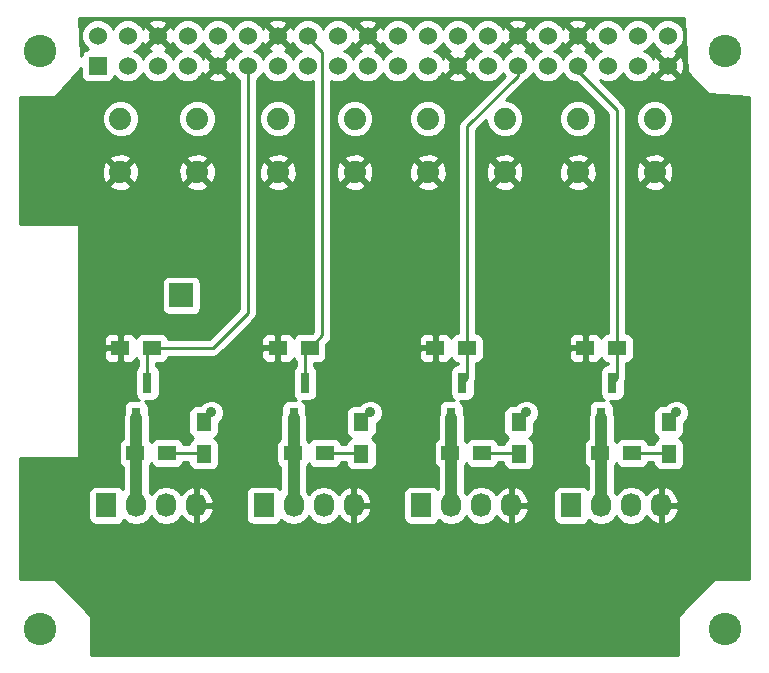
<source format=gtl>
G04 #@! TF.FileFunction,Copper,L1,Top,Signal*
%FSLAX46Y46*%
G04 Gerber Fmt 4.6, Leading zero omitted, Abs format (unit mm)*
G04 Created by KiCad (PCBNEW (2015-09-17 BZR 6202)-product) date Sunday, October 11, 2015 'PMt' 02:52:04 PM*
%MOMM*%
G01*
G04 APERTURE LIST*
%ADD10C,0.200000*%
%ADD11R,1.524000X1.524000*%
%ADD12C,1.524000*%
%ADD13C,2.750000*%
%ADD14R,1.727200X2.032000*%
%ADD15O,1.727200X2.032000*%
%ADD16R,2.032000X2.032000*%
%ADD17O,2.032000X2.032000*%
%ADD18R,1.500000X1.300000*%
%ADD19R,1.300000X1.500000*%
%ADD20C,1.879600*%
%ADD21R,0.800100X1.800860*%
%ADD22C,0.889000*%
%ADD23C,0.254000*%
%ADD24C,1.000000*%
G04 APERTURE END LIST*
D10*
D11*
X37370000Y-26270000D03*
D12*
X37370000Y-23730000D03*
X50070000Y-26270000D03*
X39910000Y-23730000D03*
X52610000Y-26270000D03*
X42450000Y-23730000D03*
X55150000Y-26270000D03*
X44990000Y-23730000D03*
X57690000Y-26270000D03*
X47530000Y-23730000D03*
X60230000Y-26270000D03*
X50070000Y-23730000D03*
X62770000Y-26270000D03*
X52610000Y-23730000D03*
X65310000Y-26270000D03*
X55150000Y-23730000D03*
X67850000Y-26270000D03*
X57690000Y-23730000D03*
X70390000Y-26270000D03*
X60230000Y-23730000D03*
X72930000Y-26270000D03*
X62770000Y-23730000D03*
X75470000Y-26270000D03*
X65310000Y-23730000D03*
X67850000Y-23730000D03*
X78010000Y-26270000D03*
X70390000Y-23730000D03*
X75470000Y-23730000D03*
X78010000Y-23730000D03*
X80550000Y-23730000D03*
X83090000Y-23730000D03*
X80550000Y-26270000D03*
X83090000Y-26270000D03*
X39910000Y-26270000D03*
X42450000Y-26270000D03*
X44990000Y-26270000D03*
X47530000Y-26270000D03*
X85630000Y-26270000D03*
X85630000Y-23730000D03*
X72930000Y-23730000D03*
D13*
X32500000Y-74000000D03*
X90500000Y-74000000D03*
X90500000Y-25000000D03*
X32500000Y-25000000D03*
D14*
X38100000Y-63500000D03*
D15*
X40640000Y-63500000D03*
X43180000Y-63500000D03*
X45720000Y-63500000D03*
D14*
X51435000Y-63500000D03*
D15*
X53975000Y-63500000D03*
X56515000Y-63500000D03*
X59055000Y-63500000D03*
D14*
X64770000Y-63500000D03*
D15*
X67310000Y-63500000D03*
X69850000Y-63500000D03*
X72390000Y-63500000D03*
D14*
X77470000Y-63500000D03*
D15*
X80010000Y-63500000D03*
X82550000Y-63500000D03*
X85090000Y-63500000D03*
D16*
X44450000Y-45720000D03*
D17*
X44450000Y-43180000D03*
D18*
X41990000Y-50165000D03*
X39290000Y-50165000D03*
X55325000Y-50165000D03*
X52625000Y-50165000D03*
X68660000Y-50165000D03*
X65960000Y-50165000D03*
X81360000Y-50165000D03*
X78660000Y-50165000D03*
D19*
X46355000Y-59135000D03*
X46355000Y-56435000D03*
X59690000Y-59135000D03*
X59690000Y-56435000D03*
X73025000Y-59135000D03*
X73025000Y-56435000D03*
X85725000Y-59135000D03*
X85725000Y-56435000D03*
D20*
X39293800Y-30759400D03*
X45796200Y-30759400D03*
X39293800Y-35280600D03*
X45796200Y-35280600D03*
X52628800Y-30759400D03*
X59131200Y-30759400D03*
X52628800Y-35280600D03*
X59131200Y-35280600D03*
X65328800Y-30759400D03*
X71831200Y-30759400D03*
X65328800Y-35280600D03*
X71831200Y-35280600D03*
X78028800Y-30759400D03*
X84531200Y-30759400D03*
X78028800Y-35280600D03*
X84531200Y-35280600D03*
D21*
X80960000Y-53108860D03*
X79060000Y-53108860D03*
X80010000Y-56111140D03*
X68260000Y-53108860D03*
X66360000Y-53108860D03*
X67310000Y-56111140D03*
X54925000Y-53108860D03*
X53025000Y-53108860D03*
X53975000Y-56111140D03*
X41590000Y-53108860D03*
X39690000Y-53108860D03*
X40640000Y-56111140D03*
D18*
X53895000Y-59055000D03*
X56595000Y-59055000D03*
X40560000Y-59055000D03*
X43260000Y-59055000D03*
X79930000Y-59055000D03*
X82630000Y-59055000D03*
X67230000Y-59055000D03*
X69930000Y-59055000D03*
D22*
X86360000Y-55626000D03*
X73660000Y-55626000D03*
X60452000Y-55626000D03*
X46990000Y-55626000D03*
D23*
X85725000Y-56435000D02*
X85725000Y-56261000D01*
X85725000Y-56261000D02*
X86360000Y-55626000D01*
X73025000Y-56435000D02*
X73025000Y-56261000D01*
X73025000Y-56261000D02*
X73660000Y-55626000D01*
X59690000Y-56435000D02*
X59690000Y-56388000D01*
X59690000Y-56388000D02*
X60452000Y-55626000D01*
X46355000Y-56435000D02*
X46355000Y-56261000D01*
X46355000Y-56261000D02*
X46990000Y-55626000D01*
X78010000Y-26270000D02*
X78010000Y-26702000D01*
X78010000Y-26702000D02*
X81360000Y-30052000D01*
X81360000Y-30052000D02*
X81360000Y-50165000D01*
X81360000Y-50165000D02*
X81360000Y-52708860D01*
X81360000Y-52708860D02*
X80960000Y-53108860D01*
X72930000Y-26270000D02*
X72930000Y-27146000D01*
X68660000Y-31416000D02*
X68660000Y-50165000D01*
X72930000Y-27146000D02*
X68660000Y-31416000D01*
X68660000Y-50165000D02*
X68660000Y-52708860D01*
X68660000Y-52708860D02*
X68260000Y-53108860D01*
X50070000Y-26270000D02*
X50070000Y-47212000D01*
X47117000Y-50165000D02*
X41990000Y-50165000D01*
X50070000Y-47212000D02*
X47117000Y-50165000D01*
X41590000Y-53108860D02*
X41590000Y-50565000D01*
X41590000Y-50565000D02*
X41990000Y-50165000D01*
X55150000Y-23730000D02*
X55150000Y-23908000D01*
X55150000Y-23908000D02*
X56388000Y-25146000D01*
X56388000Y-25146000D02*
X56388000Y-49102000D01*
X56388000Y-49102000D02*
X55325000Y-50165000D01*
X54925000Y-53108860D02*
X54925000Y-50565000D01*
X54925000Y-50565000D02*
X55325000Y-50165000D01*
X69629020Y-59055000D02*
X72945000Y-59055000D01*
X72945000Y-59055000D02*
X73025000Y-59135000D01*
D24*
X67310000Y-56111140D02*
X67310000Y-58834020D01*
X67310000Y-58834020D02*
X67310000Y-63500000D01*
D23*
X67078860Y-63268860D02*
X67310000Y-63500000D01*
X82329020Y-59055000D02*
X85645000Y-59055000D01*
X85645000Y-59055000D02*
X85725000Y-59135000D01*
D24*
X80010000Y-56111140D02*
X80010000Y-58834020D01*
X80010000Y-58834020D02*
X80010000Y-63500000D01*
D23*
X79778860Y-63268860D02*
X80010000Y-63500000D01*
X42959020Y-59055000D02*
X46275000Y-59055000D01*
X46275000Y-59055000D02*
X46355000Y-59135000D01*
D24*
X40640000Y-56111140D02*
X40640000Y-58834020D01*
D23*
X40640000Y-58834020D02*
X40860980Y-59055000D01*
X40640000Y-56111140D02*
X40640000Y-59690000D01*
D24*
X40640000Y-59690000D02*
X40640000Y-63500000D01*
D23*
X40408860Y-63268860D02*
X40640000Y-63500000D01*
X56294020Y-59055000D02*
X59610000Y-59055000D01*
X59610000Y-59055000D02*
X59690000Y-59135000D01*
D24*
X53975000Y-56111140D02*
X53975000Y-58834020D01*
X53975000Y-58834020D02*
X53975000Y-63500000D01*
D23*
X53743860Y-63268860D02*
X53975000Y-63500000D01*
G36*
X87295180Y-26836764D02*
X87307804Y-26885571D01*
X87332197Y-26919803D01*
X89078197Y-28665803D01*
X89120211Y-28693666D01*
X89158787Y-28702665D01*
X92533000Y-28948097D01*
X92533000Y-69703000D01*
X89660000Y-69703000D01*
X89610590Y-69713006D01*
X89570197Y-69740197D01*
X86570197Y-72740197D01*
X86542334Y-72782211D01*
X86533000Y-72830000D01*
X86533000Y-76203000D01*
X36787000Y-76203000D01*
X36787000Y-72830000D01*
X36776994Y-72780590D01*
X36749803Y-72740197D01*
X33749803Y-69740197D01*
X33707789Y-69712334D01*
X33660000Y-69703000D01*
X30787000Y-69703000D01*
X30787000Y-59457000D01*
X35660000Y-59457000D01*
X35709410Y-59446994D01*
X35751035Y-59418553D01*
X35778315Y-59376159D01*
X35787000Y-59330000D01*
X35787000Y-50450750D01*
X37905000Y-50450750D01*
X37905000Y-50941310D01*
X38001673Y-51174699D01*
X38180302Y-51353327D01*
X38413691Y-51450000D01*
X39004250Y-51450000D01*
X39163000Y-51291250D01*
X39163000Y-50292000D01*
X38063750Y-50292000D01*
X37905000Y-50450750D01*
X35787000Y-50450750D01*
X35787000Y-49388690D01*
X37905000Y-49388690D01*
X37905000Y-49879250D01*
X38063750Y-50038000D01*
X39163000Y-50038000D01*
X39163000Y-49038750D01*
X39004250Y-48880000D01*
X38413691Y-48880000D01*
X38180302Y-48976673D01*
X38001673Y-49155301D01*
X37905000Y-49388690D01*
X35787000Y-49388690D01*
X35787000Y-44704000D01*
X42786560Y-44704000D01*
X42786560Y-46736000D01*
X42830838Y-46971317D01*
X42969910Y-47187441D01*
X43182110Y-47332431D01*
X43434000Y-47383440D01*
X45466000Y-47383440D01*
X45701317Y-47339162D01*
X45917441Y-47200090D01*
X46062431Y-46987890D01*
X46113440Y-46736000D01*
X46113440Y-44704000D01*
X46069162Y-44468683D01*
X45930090Y-44252559D01*
X45717890Y-44107569D01*
X45466000Y-44056560D01*
X43434000Y-44056560D01*
X43198683Y-44100838D01*
X42982559Y-44239910D01*
X42837569Y-44452110D01*
X42786560Y-44704000D01*
X35787000Y-44704000D01*
X35787000Y-39830000D01*
X35776994Y-39780590D01*
X35748553Y-39738965D01*
X35706159Y-39711685D01*
X35660000Y-39703000D01*
X30787000Y-39703000D01*
X30787000Y-36389568D01*
X38364437Y-36389568D01*
X38455723Y-36650180D01*
X39043633Y-36866645D01*
X39669628Y-36841649D01*
X40131877Y-36650180D01*
X40223163Y-36389568D01*
X44866837Y-36389568D01*
X44958123Y-36650180D01*
X45546033Y-36866645D01*
X46172028Y-36841649D01*
X46634277Y-36650180D01*
X46725563Y-36389568D01*
X45796200Y-35460205D01*
X44866837Y-36389568D01*
X40223163Y-36389568D01*
X39293800Y-35460205D01*
X38364437Y-36389568D01*
X30787000Y-36389568D01*
X30787000Y-35030433D01*
X37707755Y-35030433D01*
X37732751Y-35656428D01*
X37924220Y-36118677D01*
X38184832Y-36209963D01*
X39114195Y-35280600D01*
X39473405Y-35280600D01*
X40402768Y-36209963D01*
X40663380Y-36118677D01*
X40879845Y-35530767D01*
X40859867Y-35030433D01*
X44210155Y-35030433D01*
X44235151Y-35656428D01*
X44426620Y-36118677D01*
X44687232Y-36209963D01*
X45616595Y-35280600D01*
X45975805Y-35280600D01*
X46905168Y-36209963D01*
X47165780Y-36118677D01*
X47382245Y-35530767D01*
X47357249Y-34904772D01*
X47165780Y-34442523D01*
X46905168Y-34351237D01*
X45975805Y-35280600D01*
X45616595Y-35280600D01*
X44687232Y-34351237D01*
X44426620Y-34442523D01*
X44210155Y-35030433D01*
X40859867Y-35030433D01*
X40854849Y-34904772D01*
X40663380Y-34442523D01*
X40402768Y-34351237D01*
X39473405Y-35280600D01*
X39114195Y-35280600D01*
X38184832Y-34351237D01*
X37924220Y-34442523D01*
X37707755Y-35030433D01*
X30787000Y-35030433D01*
X30787000Y-34171632D01*
X38364437Y-34171632D01*
X39293800Y-35100995D01*
X40223163Y-34171632D01*
X44866837Y-34171632D01*
X45796200Y-35100995D01*
X46725563Y-34171632D01*
X46634277Y-33911020D01*
X46046367Y-33694555D01*
X45420372Y-33719551D01*
X44958123Y-33911020D01*
X44866837Y-34171632D01*
X40223163Y-34171632D01*
X40131877Y-33911020D01*
X39543967Y-33694555D01*
X38917972Y-33719551D01*
X38455723Y-33911020D01*
X38364437Y-34171632D01*
X30787000Y-34171632D01*
X30787000Y-31071273D01*
X37718727Y-31071273D01*
X37957971Y-31650287D01*
X38400583Y-32093672D01*
X38979179Y-32333926D01*
X39605673Y-32334473D01*
X40184687Y-32095229D01*
X40628072Y-31652617D01*
X40868326Y-31074021D01*
X40868328Y-31071273D01*
X44221127Y-31071273D01*
X44460371Y-31650287D01*
X44902983Y-32093672D01*
X45481579Y-32333926D01*
X46108073Y-32334473D01*
X46687087Y-32095229D01*
X47130472Y-31652617D01*
X47370726Y-31074021D01*
X47371273Y-30447527D01*
X47132029Y-29868513D01*
X46689417Y-29425128D01*
X46110821Y-29184874D01*
X45484327Y-29184327D01*
X44905313Y-29423571D01*
X44461928Y-29866183D01*
X44221674Y-30444779D01*
X44221127Y-31071273D01*
X40868328Y-31071273D01*
X40868873Y-30447527D01*
X40629629Y-29868513D01*
X40187017Y-29425128D01*
X39608421Y-29184874D01*
X38981927Y-29184327D01*
X38402913Y-29423571D01*
X37959528Y-29866183D01*
X37719274Y-30444779D01*
X37718727Y-31071273D01*
X30787000Y-31071273D01*
X30787000Y-28957000D01*
X33660000Y-28957000D01*
X33709410Y-28946994D01*
X33754473Y-28914875D01*
X35960560Y-26459302D01*
X35960560Y-27032000D01*
X36004838Y-27267317D01*
X36143910Y-27483441D01*
X36356110Y-27628431D01*
X36608000Y-27679440D01*
X38132000Y-27679440D01*
X38367317Y-27635162D01*
X38583441Y-27496090D01*
X38728431Y-27283890D01*
X38765492Y-27100876D01*
X39117630Y-27453629D01*
X39630900Y-27666757D01*
X40186661Y-27667242D01*
X40700303Y-27455010D01*
X41093629Y-27062370D01*
X41179949Y-26854488D01*
X41264990Y-27060303D01*
X41657630Y-27453629D01*
X42170900Y-27666757D01*
X42726661Y-27667242D01*
X43240303Y-27455010D01*
X43633629Y-27062370D01*
X43719949Y-26854488D01*
X43804990Y-27060303D01*
X44197630Y-27453629D01*
X44710900Y-27666757D01*
X45266661Y-27667242D01*
X45780303Y-27455010D01*
X45985457Y-27250213D01*
X46729392Y-27250213D01*
X46798857Y-27492397D01*
X47322302Y-27679144D01*
X47877368Y-27651362D01*
X48261143Y-27492397D01*
X48330608Y-27250213D01*
X47530000Y-26449605D01*
X46729392Y-27250213D01*
X45985457Y-27250213D01*
X46173629Y-27062370D01*
X46253395Y-26870273D01*
X46307603Y-27001143D01*
X46549787Y-27070608D01*
X47350395Y-26270000D01*
X46549787Y-25469392D01*
X46307603Y-25538857D01*
X46257491Y-25679318D01*
X46175010Y-25479697D01*
X45782370Y-25086371D01*
X45574488Y-25000051D01*
X45780303Y-24915010D01*
X46173629Y-24522370D01*
X46259949Y-24314488D01*
X46344990Y-24520303D01*
X46737630Y-24913629D01*
X46929727Y-24993395D01*
X46798857Y-25047603D01*
X46729392Y-25289787D01*
X47530000Y-26090395D01*
X48330608Y-25289787D01*
X48261143Y-25047603D01*
X48120682Y-24997491D01*
X48320303Y-24915010D01*
X48713629Y-24522370D01*
X48799949Y-24314488D01*
X48884990Y-24520303D01*
X49277630Y-24913629D01*
X49485512Y-24999949D01*
X49279697Y-25084990D01*
X48886371Y-25477630D01*
X48806605Y-25669727D01*
X48752397Y-25538857D01*
X48510213Y-25469392D01*
X47709605Y-26270000D01*
X48510213Y-27070608D01*
X48752397Y-27001143D01*
X48802509Y-26860682D01*
X48884990Y-27060303D01*
X49277630Y-27453629D01*
X49308000Y-27466240D01*
X49308000Y-46896369D01*
X46801370Y-49403000D01*
X43366366Y-49403000D01*
X43343162Y-49279683D01*
X43204090Y-49063559D01*
X42991890Y-48918569D01*
X42740000Y-48867560D01*
X41240000Y-48867560D01*
X41004683Y-48911838D01*
X40788559Y-49050910D01*
X40643569Y-49263110D01*
X40636809Y-49296490D01*
X40578327Y-49155301D01*
X40399698Y-48976673D01*
X40166309Y-48880000D01*
X39575750Y-48880000D01*
X39417000Y-49038750D01*
X39417000Y-50038000D01*
X39437000Y-50038000D01*
X39437000Y-50292000D01*
X39417000Y-50292000D01*
X39417000Y-51291250D01*
X39575750Y-51450000D01*
X40166309Y-51450000D01*
X40399698Y-51353327D01*
X40578327Y-51174699D01*
X40634654Y-51038713D01*
X40636838Y-51050317D01*
X40775910Y-51266441D01*
X40828000Y-51302033D01*
X40828000Y-51686754D01*
X40738509Y-51744340D01*
X40593519Y-51956540D01*
X40542510Y-52208430D01*
X40542510Y-54009290D01*
X40586788Y-54244607D01*
X40725860Y-54460731D01*
X40869963Y-54559192D01*
X40239950Y-54559192D01*
X40003151Y-54603749D01*
X39785665Y-54743697D01*
X39639762Y-54957233D01*
X39588432Y-55210710D01*
X39588432Y-55674170D01*
X39587701Y-55675264D01*
X39501000Y-56111140D01*
X39501000Y-57844499D01*
X39355715Y-57937987D01*
X39209812Y-58151523D01*
X39158482Y-58405000D01*
X39158482Y-59705000D01*
X39203039Y-59941799D01*
X39342987Y-60159285D01*
X39501000Y-60267251D01*
X39501000Y-62146486D01*
X39427690Y-62032559D01*
X39215490Y-61887569D01*
X38963600Y-61836560D01*
X37236400Y-61836560D01*
X37001083Y-61880838D01*
X36784959Y-62019910D01*
X36639969Y-62232110D01*
X36588960Y-62484000D01*
X36588960Y-64516000D01*
X36633238Y-64751317D01*
X36772310Y-64967441D01*
X36984510Y-65112431D01*
X37236400Y-65163440D01*
X38963600Y-65163440D01*
X39198917Y-65119162D01*
X39415041Y-64980090D01*
X39560031Y-64767890D01*
X39567291Y-64732041D01*
X39577501Y-64747322D01*
X40064980Y-65073044D01*
X40640000Y-65187423D01*
X41215020Y-65073044D01*
X41702499Y-64747322D01*
X41912385Y-64433204D01*
X42120330Y-64744415D01*
X42606511Y-65069271D01*
X43180000Y-65183345D01*
X43753489Y-65069271D01*
X44239670Y-64744415D01*
X44446461Y-64434931D01*
X44817964Y-64850732D01*
X45345209Y-65104709D01*
X45360974Y-65107358D01*
X45593000Y-64986217D01*
X45593000Y-63627000D01*
X45847000Y-63627000D01*
X45847000Y-64986217D01*
X46079026Y-65107358D01*
X46094791Y-65104709D01*
X46622036Y-64850732D01*
X47011954Y-64414320D01*
X47205184Y-63861913D01*
X47060924Y-63627000D01*
X45847000Y-63627000D01*
X45593000Y-63627000D01*
X45573000Y-63627000D01*
X45573000Y-63373000D01*
X45593000Y-63373000D01*
X45593000Y-62013783D01*
X45847000Y-62013783D01*
X45847000Y-63373000D01*
X47060924Y-63373000D01*
X47205184Y-63138087D01*
X47011954Y-62585680D01*
X46622036Y-62149268D01*
X46094791Y-61895291D01*
X46079026Y-61892642D01*
X45847000Y-62013783D01*
X45593000Y-62013783D01*
X45360974Y-61892642D01*
X45345209Y-61895291D01*
X44817964Y-62149268D01*
X44446461Y-62565069D01*
X44239670Y-62255585D01*
X43753489Y-61930729D01*
X43180000Y-61816655D01*
X42606511Y-61930729D01*
X42120330Y-62255585D01*
X41912385Y-62566796D01*
X41779000Y-62367170D01*
X41779000Y-60150477D01*
X41910188Y-59958477D01*
X41912183Y-59948624D01*
X42045910Y-60156441D01*
X42258110Y-60301431D01*
X42510000Y-60352440D01*
X44010000Y-60352440D01*
X44245317Y-60308162D01*
X44461441Y-60169090D01*
X44606431Y-59956890D01*
X44634759Y-59817000D01*
X45057560Y-59817000D01*
X45057560Y-59885000D01*
X45101838Y-60120317D01*
X45240910Y-60336441D01*
X45453110Y-60481431D01*
X45705000Y-60532440D01*
X47005000Y-60532440D01*
X47240317Y-60488162D01*
X47456441Y-60349090D01*
X47601431Y-60136890D01*
X47652440Y-59885000D01*
X47652440Y-58385000D01*
X47608162Y-58149683D01*
X47469090Y-57933559D01*
X47256890Y-57788569D01*
X47243803Y-57785919D01*
X47456441Y-57649090D01*
X47601431Y-57436890D01*
X47652440Y-57185000D01*
X47652440Y-56490028D01*
X47904622Y-56238286D01*
X48069313Y-55841668D01*
X48069687Y-55412216D01*
X47905689Y-55015311D01*
X47602286Y-54711378D01*
X47205668Y-54546687D01*
X46776216Y-54546313D01*
X46379311Y-54710311D01*
X46075378Y-55013714D01*
X46065476Y-55037560D01*
X45705000Y-55037560D01*
X45469683Y-55081838D01*
X45253559Y-55220910D01*
X45108569Y-55433110D01*
X45057560Y-55685000D01*
X45057560Y-57185000D01*
X45101838Y-57420317D01*
X45240910Y-57636441D01*
X45453110Y-57781431D01*
X45466197Y-57784081D01*
X45253559Y-57920910D01*
X45108569Y-58133110D01*
X45076190Y-58293000D01*
X44636366Y-58293000D01*
X44613162Y-58169683D01*
X44474090Y-57953559D01*
X44261890Y-57808569D01*
X44010000Y-57757560D01*
X42510000Y-57757560D01*
X42274683Y-57801838D01*
X42058559Y-57940910D01*
X41913569Y-58153110D01*
X41912056Y-58160579D01*
X41779000Y-57953803D01*
X41779000Y-56111140D01*
X41692299Y-55675264D01*
X41691568Y-55674170D01*
X41691568Y-55210710D01*
X41647011Y-54973911D01*
X41507063Y-54756425D01*
X41361155Y-54656730D01*
X41990050Y-54656730D01*
X42225367Y-54612452D01*
X42441491Y-54473380D01*
X42586481Y-54261180D01*
X42637490Y-54009290D01*
X42637490Y-52208430D01*
X42593212Y-51973113D01*
X42454140Y-51756989D01*
X42352000Y-51687200D01*
X42352000Y-51462440D01*
X42740000Y-51462440D01*
X42975317Y-51418162D01*
X43191441Y-51279090D01*
X43336431Y-51066890D01*
X43364759Y-50927000D01*
X47117000Y-50927000D01*
X47408605Y-50868996D01*
X47655815Y-50703815D01*
X47908880Y-50450750D01*
X51240000Y-50450750D01*
X51240000Y-50941310D01*
X51336673Y-51174699D01*
X51515302Y-51353327D01*
X51748691Y-51450000D01*
X52339250Y-51450000D01*
X52498000Y-51291250D01*
X52498000Y-50292000D01*
X51398750Y-50292000D01*
X51240000Y-50450750D01*
X47908880Y-50450750D01*
X48970940Y-49388690D01*
X51240000Y-49388690D01*
X51240000Y-49879250D01*
X51398750Y-50038000D01*
X52498000Y-50038000D01*
X52498000Y-49038750D01*
X52339250Y-48880000D01*
X51748691Y-48880000D01*
X51515302Y-48976673D01*
X51336673Y-49155301D01*
X51240000Y-49388690D01*
X48970940Y-49388690D01*
X50608816Y-47750815D01*
X50707834Y-47602623D01*
X50773996Y-47503605D01*
X50832000Y-47212000D01*
X50832000Y-36389568D01*
X51699437Y-36389568D01*
X51790723Y-36650180D01*
X52378633Y-36866645D01*
X53004628Y-36841649D01*
X53466877Y-36650180D01*
X53558163Y-36389568D01*
X52628800Y-35460205D01*
X51699437Y-36389568D01*
X50832000Y-36389568D01*
X50832000Y-35030433D01*
X51042755Y-35030433D01*
X51067751Y-35656428D01*
X51259220Y-36118677D01*
X51519832Y-36209963D01*
X52449195Y-35280600D01*
X52808405Y-35280600D01*
X53737768Y-36209963D01*
X53998380Y-36118677D01*
X54214845Y-35530767D01*
X54189849Y-34904772D01*
X53998380Y-34442523D01*
X53737768Y-34351237D01*
X52808405Y-35280600D01*
X52449195Y-35280600D01*
X51519832Y-34351237D01*
X51259220Y-34442523D01*
X51042755Y-35030433D01*
X50832000Y-35030433D01*
X50832000Y-34171632D01*
X51699437Y-34171632D01*
X52628800Y-35100995D01*
X53558163Y-34171632D01*
X53466877Y-33911020D01*
X52878967Y-33694555D01*
X52252972Y-33719551D01*
X51790723Y-33911020D01*
X51699437Y-34171632D01*
X50832000Y-34171632D01*
X50832000Y-31071273D01*
X51053727Y-31071273D01*
X51292971Y-31650287D01*
X51735583Y-32093672D01*
X52314179Y-32333926D01*
X52940673Y-32334473D01*
X53519687Y-32095229D01*
X53963072Y-31652617D01*
X54203326Y-31074021D01*
X54203873Y-30447527D01*
X53964629Y-29868513D01*
X53522017Y-29425128D01*
X52943421Y-29184874D01*
X52316927Y-29184327D01*
X51737913Y-29423571D01*
X51294528Y-29866183D01*
X51054274Y-30444779D01*
X51053727Y-31071273D01*
X50832000Y-31071273D01*
X50832000Y-27466705D01*
X50860303Y-27455010D01*
X51253629Y-27062370D01*
X51339949Y-26854488D01*
X51424990Y-27060303D01*
X51817630Y-27453629D01*
X52330900Y-27666757D01*
X52886661Y-27667242D01*
X53400303Y-27455010D01*
X53793629Y-27062370D01*
X53879949Y-26854488D01*
X53964990Y-27060303D01*
X54357630Y-27453629D01*
X54870900Y-27666757D01*
X55426661Y-27667242D01*
X55626000Y-27584877D01*
X55626000Y-48786370D01*
X55544810Y-48867560D01*
X54575000Y-48867560D01*
X54339683Y-48911838D01*
X54123559Y-49050910D01*
X53978569Y-49263110D01*
X53971809Y-49296490D01*
X53913327Y-49155301D01*
X53734698Y-48976673D01*
X53501309Y-48880000D01*
X52910750Y-48880000D01*
X52752000Y-49038750D01*
X52752000Y-50038000D01*
X52772000Y-50038000D01*
X52772000Y-50292000D01*
X52752000Y-50292000D01*
X52752000Y-51291250D01*
X52910750Y-51450000D01*
X53501309Y-51450000D01*
X53734698Y-51353327D01*
X53913327Y-51174699D01*
X53969654Y-51038713D01*
X53971838Y-51050317D01*
X54110910Y-51266441D01*
X54163000Y-51302033D01*
X54163000Y-51686754D01*
X54073509Y-51744340D01*
X53928519Y-51956540D01*
X53877510Y-52208430D01*
X53877510Y-54009290D01*
X53921788Y-54244607D01*
X54060860Y-54460731D01*
X54204963Y-54559192D01*
X53574950Y-54559192D01*
X53338151Y-54603749D01*
X53120665Y-54743697D01*
X52974762Y-54957233D01*
X52923432Y-55210710D01*
X52923432Y-55674170D01*
X52922701Y-55675264D01*
X52836000Y-56111140D01*
X52836000Y-57844499D01*
X52690715Y-57937987D01*
X52544812Y-58151523D01*
X52493482Y-58405000D01*
X52493482Y-59705000D01*
X52538039Y-59941799D01*
X52677987Y-60159285D01*
X52836000Y-60267251D01*
X52836000Y-62146486D01*
X52762690Y-62032559D01*
X52550490Y-61887569D01*
X52298600Y-61836560D01*
X50571400Y-61836560D01*
X50336083Y-61880838D01*
X50119959Y-62019910D01*
X49974969Y-62232110D01*
X49923960Y-62484000D01*
X49923960Y-64516000D01*
X49968238Y-64751317D01*
X50107310Y-64967441D01*
X50319510Y-65112431D01*
X50571400Y-65163440D01*
X52298600Y-65163440D01*
X52533917Y-65119162D01*
X52750041Y-64980090D01*
X52895031Y-64767890D01*
X52902291Y-64732041D01*
X52912501Y-64747322D01*
X53399980Y-65073044D01*
X53975000Y-65187423D01*
X54550020Y-65073044D01*
X55037499Y-64747322D01*
X55247385Y-64433204D01*
X55455330Y-64744415D01*
X55941511Y-65069271D01*
X56515000Y-65183345D01*
X57088489Y-65069271D01*
X57574670Y-64744415D01*
X57781461Y-64434931D01*
X58152964Y-64850732D01*
X58680209Y-65104709D01*
X58695974Y-65107358D01*
X58928000Y-64986217D01*
X58928000Y-63627000D01*
X59182000Y-63627000D01*
X59182000Y-64986217D01*
X59414026Y-65107358D01*
X59429791Y-65104709D01*
X59957036Y-64850732D01*
X60346954Y-64414320D01*
X60540184Y-63861913D01*
X60395924Y-63627000D01*
X59182000Y-63627000D01*
X58928000Y-63627000D01*
X58908000Y-63627000D01*
X58908000Y-63373000D01*
X58928000Y-63373000D01*
X58928000Y-62013783D01*
X59182000Y-62013783D01*
X59182000Y-63373000D01*
X60395924Y-63373000D01*
X60540184Y-63138087D01*
X60346954Y-62585680D01*
X59957036Y-62149268D01*
X59429791Y-61895291D01*
X59414026Y-61892642D01*
X59182000Y-62013783D01*
X58928000Y-62013783D01*
X58695974Y-61892642D01*
X58680209Y-61895291D01*
X58152964Y-62149268D01*
X57781461Y-62565069D01*
X57574670Y-62255585D01*
X57088489Y-61930729D01*
X56515000Y-61816655D01*
X55941511Y-61930729D01*
X55455330Y-62255585D01*
X55247385Y-62566796D01*
X55114000Y-62367170D01*
X55114000Y-60150477D01*
X55245188Y-59958477D01*
X55247183Y-59948624D01*
X55380910Y-60156441D01*
X55593110Y-60301431D01*
X55845000Y-60352440D01*
X57345000Y-60352440D01*
X57580317Y-60308162D01*
X57796441Y-60169090D01*
X57941431Y-59956890D01*
X57969759Y-59817000D01*
X58392560Y-59817000D01*
X58392560Y-59885000D01*
X58436838Y-60120317D01*
X58575910Y-60336441D01*
X58788110Y-60481431D01*
X59040000Y-60532440D01*
X60340000Y-60532440D01*
X60575317Y-60488162D01*
X60791441Y-60349090D01*
X60936431Y-60136890D01*
X60987440Y-59885000D01*
X60987440Y-58385000D01*
X60943162Y-58149683D01*
X60804090Y-57933559D01*
X60591890Y-57788569D01*
X60578803Y-57785919D01*
X60791441Y-57649090D01*
X60936431Y-57436890D01*
X60987440Y-57185000D01*
X60987440Y-56572781D01*
X61062689Y-56541689D01*
X61366622Y-56238286D01*
X61531313Y-55841668D01*
X61531687Y-55412216D01*
X61367689Y-55015311D01*
X61064286Y-54711378D01*
X60667668Y-54546687D01*
X60238216Y-54546313D01*
X59841311Y-54710311D01*
X59537378Y-55013714D01*
X59527476Y-55037560D01*
X59040000Y-55037560D01*
X58804683Y-55081838D01*
X58588559Y-55220910D01*
X58443569Y-55433110D01*
X58392560Y-55685000D01*
X58392560Y-57185000D01*
X58436838Y-57420317D01*
X58575910Y-57636441D01*
X58788110Y-57781431D01*
X58801197Y-57784081D01*
X58588559Y-57920910D01*
X58443569Y-58133110D01*
X58411190Y-58293000D01*
X57971366Y-58293000D01*
X57948162Y-58169683D01*
X57809090Y-57953559D01*
X57596890Y-57808569D01*
X57345000Y-57757560D01*
X55845000Y-57757560D01*
X55609683Y-57801838D01*
X55393559Y-57940910D01*
X55248569Y-58153110D01*
X55247056Y-58160579D01*
X55114000Y-57953803D01*
X55114000Y-56111140D01*
X55027299Y-55675264D01*
X55026568Y-55674170D01*
X55026568Y-55210710D01*
X54982011Y-54973911D01*
X54842063Y-54756425D01*
X54696155Y-54656730D01*
X55325050Y-54656730D01*
X55560367Y-54612452D01*
X55776491Y-54473380D01*
X55921481Y-54261180D01*
X55972490Y-54009290D01*
X55972490Y-52208430D01*
X55928212Y-51973113D01*
X55789140Y-51756989D01*
X55687000Y-51687200D01*
X55687000Y-51462440D01*
X56075000Y-51462440D01*
X56310317Y-51418162D01*
X56526441Y-51279090D01*
X56671431Y-51066890D01*
X56722440Y-50815000D01*
X56722440Y-50450750D01*
X64575000Y-50450750D01*
X64575000Y-50941310D01*
X64671673Y-51174699D01*
X64850302Y-51353327D01*
X65083691Y-51450000D01*
X65674250Y-51450000D01*
X65833000Y-51291250D01*
X65833000Y-50292000D01*
X64733750Y-50292000D01*
X64575000Y-50450750D01*
X56722440Y-50450750D01*
X56722440Y-49845190D01*
X56926815Y-49640815D01*
X57046961Y-49461004D01*
X57091996Y-49393605D01*
X57092973Y-49388690D01*
X64575000Y-49388690D01*
X64575000Y-49879250D01*
X64733750Y-50038000D01*
X65833000Y-50038000D01*
X65833000Y-49038750D01*
X65674250Y-48880000D01*
X65083691Y-48880000D01*
X64850302Y-48976673D01*
X64671673Y-49155301D01*
X64575000Y-49388690D01*
X57092973Y-49388690D01*
X57150000Y-49102000D01*
X57150000Y-36389568D01*
X58201837Y-36389568D01*
X58293123Y-36650180D01*
X58881033Y-36866645D01*
X59507028Y-36841649D01*
X59969277Y-36650180D01*
X60060563Y-36389568D01*
X64399437Y-36389568D01*
X64490723Y-36650180D01*
X65078633Y-36866645D01*
X65704628Y-36841649D01*
X66166877Y-36650180D01*
X66258163Y-36389568D01*
X65328800Y-35460205D01*
X64399437Y-36389568D01*
X60060563Y-36389568D01*
X59131200Y-35460205D01*
X58201837Y-36389568D01*
X57150000Y-36389568D01*
X57150000Y-35030433D01*
X57545155Y-35030433D01*
X57570151Y-35656428D01*
X57761620Y-36118677D01*
X58022232Y-36209963D01*
X58951595Y-35280600D01*
X59310805Y-35280600D01*
X60240168Y-36209963D01*
X60500780Y-36118677D01*
X60717245Y-35530767D01*
X60697267Y-35030433D01*
X63742755Y-35030433D01*
X63767751Y-35656428D01*
X63959220Y-36118677D01*
X64219832Y-36209963D01*
X65149195Y-35280600D01*
X65508405Y-35280600D01*
X66437768Y-36209963D01*
X66698380Y-36118677D01*
X66914845Y-35530767D01*
X66889849Y-34904772D01*
X66698380Y-34442523D01*
X66437768Y-34351237D01*
X65508405Y-35280600D01*
X65149195Y-35280600D01*
X64219832Y-34351237D01*
X63959220Y-34442523D01*
X63742755Y-35030433D01*
X60697267Y-35030433D01*
X60692249Y-34904772D01*
X60500780Y-34442523D01*
X60240168Y-34351237D01*
X59310805Y-35280600D01*
X58951595Y-35280600D01*
X58022232Y-34351237D01*
X57761620Y-34442523D01*
X57545155Y-35030433D01*
X57150000Y-35030433D01*
X57150000Y-34171632D01*
X58201837Y-34171632D01*
X59131200Y-35100995D01*
X60060563Y-34171632D01*
X64399437Y-34171632D01*
X65328800Y-35100995D01*
X66258163Y-34171632D01*
X66166877Y-33911020D01*
X65578967Y-33694555D01*
X64952972Y-33719551D01*
X64490723Y-33911020D01*
X64399437Y-34171632D01*
X60060563Y-34171632D01*
X59969277Y-33911020D01*
X59381367Y-33694555D01*
X58755372Y-33719551D01*
X58293123Y-33911020D01*
X58201837Y-34171632D01*
X57150000Y-34171632D01*
X57150000Y-31071273D01*
X57556127Y-31071273D01*
X57795371Y-31650287D01*
X58237983Y-32093672D01*
X58816579Y-32333926D01*
X59443073Y-32334473D01*
X60022087Y-32095229D01*
X60465472Y-31652617D01*
X60705726Y-31074021D01*
X60705728Y-31071273D01*
X63753727Y-31071273D01*
X63992971Y-31650287D01*
X64435583Y-32093672D01*
X65014179Y-32333926D01*
X65640673Y-32334473D01*
X66219687Y-32095229D01*
X66663072Y-31652617D01*
X66903326Y-31074021D01*
X66903873Y-30447527D01*
X66664629Y-29868513D01*
X66222017Y-29425128D01*
X65643421Y-29184874D01*
X65016927Y-29184327D01*
X64437913Y-29423571D01*
X63994528Y-29866183D01*
X63754274Y-30444779D01*
X63753727Y-31071273D01*
X60705728Y-31071273D01*
X60706273Y-30447527D01*
X60467029Y-29868513D01*
X60024417Y-29425128D01*
X59445821Y-29184874D01*
X58819327Y-29184327D01*
X58240313Y-29423571D01*
X57796928Y-29866183D01*
X57556674Y-30444779D01*
X57556127Y-31071273D01*
X57150000Y-31071273D01*
X57150000Y-27558422D01*
X57410900Y-27666757D01*
X57966661Y-27667242D01*
X58480303Y-27455010D01*
X58873629Y-27062370D01*
X58959949Y-26854488D01*
X59044990Y-27060303D01*
X59437630Y-27453629D01*
X59950900Y-27666757D01*
X60506661Y-27667242D01*
X61020303Y-27455010D01*
X61413629Y-27062370D01*
X61499949Y-26854488D01*
X61584990Y-27060303D01*
X61977630Y-27453629D01*
X62490900Y-27666757D01*
X63046661Y-27667242D01*
X63560303Y-27455010D01*
X63953629Y-27062370D01*
X64039949Y-26854488D01*
X64124990Y-27060303D01*
X64517630Y-27453629D01*
X65030900Y-27666757D01*
X65586661Y-27667242D01*
X66100303Y-27455010D01*
X66305457Y-27250213D01*
X67049392Y-27250213D01*
X67118857Y-27492397D01*
X67642302Y-27679144D01*
X68197368Y-27651362D01*
X68581143Y-27492397D01*
X68650608Y-27250213D01*
X67850000Y-26449605D01*
X67049392Y-27250213D01*
X66305457Y-27250213D01*
X66493629Y-27062370D01*
X66573395Y-26870273D01*
X66627603Y-27001143D01*
X66869787Y-27070608D01*
X67670395Y-26270000D01*
X66869787Y-25469392D01*
X66627603Y-25538857D01*
X66577491Y-25679318D01*
X66495010Y-25479697D01*
X66102370Y-25086371D01*
X65894488Y-25000051D01*
X66100303Y-24915010D01*
X66493629Y-24522370D01*
X66579949Y-24314488D01*
X66664990Y-24520303D01*
X67057630Y-24913629D01*
X67249727Y-24993395D01*
X67118857Y-25047603D01*
X67049392Y-25289787D01*
X67850000Y-26090395D01*
X68650608Y-25289787D01*
X68581143Y-25047603D01*
X68440682Y-24997491D01*
X68640303Y-24915010D01*
X69033629Y-24522370D01*
X69119949Y-24314488D01*
X69204990Y-24520303D01*
X69597630Y-24913629D01*
X69805512Y-24999949D01*
X69599697Y-25084990D01*
X69206371Y-25477630D01*
X69126605Y-25669727D01*
X69072397Y-25538857D01*
X68830213Y-25469392D01*
X68029605Y-26270000D01*
X68830213Y-27070608D01*
X69072397Y-27001143D01*
X69122509Y-26860682D01*
X69204990Y-27060303D01*
X69597630Y-27453629D01*
X70110900Y-27666757D01*
X70666661Y-27667242D01*
X71180303Y-27455010D01*
X71573629Y-27062370D01*
X71659949Y-26854488D01*
X71744990Y-27060303D01*
X71841444Y-27156926D01*
X68121185Y-30877185D01*
X67956004Y-31124395D01*
X67898000Y-31416000D01*
X67898000Y-48869818D01*
X67674683Y-48911838D01*
X67458559Y-49050910D01*
X67313569Y-49263110D01*
X67306809Y-49296490D01*
X67248327Y-49155301D01*
X67069698Y-48976673D01*
X66836309Y-48880000D01*
X66245750Y-48880000D01*
X66087000Y-49038750D01*
X66087000Y-50038000D01*
X66107000Y-50038000D01*
X66107000Y-50292000D01*
X66087000Y-50292000D01*
X66087000Y-51291250D01*
X66245750Y-51450000D01*
X66836309Y-51450000D01*
X67069698Y-51353327D01*
X67248327Y-51174699D01*
X67304654Y-51038713D01*
X67306838Y-51050317D01*
X67445910Y-51266441D01*
X67658110Y-51411431D01*
X67898000Y-51460010D01*
X67898000Y-51560990D01*
X67859950Y-51560990D01*
X67624633Y-51605268D01*
X67408509Y-51744340D01*
X67263519Y-51956540D01*
X67212510Y-52208430D01*
X67212510Y-54009290D01*
X67256788Y-54244607D01*
X67395860Y-54460731D01*
X67539963Y-54559192D01*
X66909950Y-54559192D01*
X66673151Y-54603749D01*
X66455665Y-54743697D01*
X66309762Y-54957233D01*
X66258432Y-55210710D01*
X66258432Y-55674170D01*
X66257701Y-55675264D01*
X66171000Y-56111140D01*
X66171000Y-57844499D01*
X66025715Y-57937987D01*
X65879812Y-58151523D01*
X65828482Y-58405000D01*
X65828482Y-59705000D01*
X65873039Y-59941799D01*
X66012987Y-60159285D01*
X66171000Y-60267251D01*
X66171000Y-62146486D01*
X66097690Y-62032559D01*
X65885490Y-61887569D01*
X65633600Y-61836560D01*
X63906400Y-61836560D01*
X63671083Y-61880838D01*
X63454959Y-62019910D01*
X63309969Y-62232110D01*
X63258960Y-62484000D01*
X63258960Y-64516000D01*
X63303238Y-64751317D01*
X63442310Y-64967441D01*
X63654510Y-65112431D01*
X63906400Y-65163440D01*
X65633600Y-65163440D01*
X65868917Y-65119162D01*
X66085041Y-64980090D01*
X66230031Y-64767890D01*
X66237291Y-64732041D01*
X66247501Y-64747322D01*
X66734980Y-65073044D01*
X67310000Y-65187423D01*
X67885020Y-65073044D01*
X68372499Y-64747322D01*
X68582385Y-64433204D01*
X68790330Y-64744415D01*
X69276511Y-65069271D01*
X69850000Y-65183345D01*
X70423489Y-65069271D01*
X70909670Y-64744415D01*
X71116461Y-64434931D01*
X71487964Y-64850732D01*
X72015209Y-65104709D01*
X72030974Y-65107358D01*
X72263000Y-64986217D01*
X72263000Y-63627000D01*
X72517000Y-63627000D01*
X72517000Y-64986217D01*
X72749026Y-65107358D01*
X72764791Y-65104709D01*
X73292036Y-64850732D01*
X73681954Y-64414320D01*
X73875184Y-63861913D01*
X73730924Y-63627000D01*
X72517000Y-63627000D01*
X72263000Y-63627000D01*
X72243000Y-63627000D01*
X72243000Y-63373000D01*
X72263000Y-63373000D01*
X72263000Y-62013783D01*
X72517000Y-62013783D01*
X72517000Y-63373000D01*
X73730924Y-63373000D01*
X73875184Y-63138087D01*
X73681954Y-62585680D01*
X73292036Y-62149268D01*
X72764791Y-61895291D01*
X72749026Y-61892642D01*
X72517000Y-62013783D01*
X72263000Y-62013783D01*
X72030974Y-61892642D01*
X72015209Y-61895291D01*
X71487964Y-62149268D01*
X71116461Y-62565069D01*
X70909670Y-62255585D01*
X70423489Y-61930729D01*
X69850000Y-61816655D01*
X69276511Y-61930729D01*
X68790330Y-62255585D01*
X68582385Y-62566796D01*
X68449000Y-62367170D01*
X68449000Y-60150477D01*
X68580188Y-59958477D01*
X68582183Y-59948624D01*
X68715910Y-60156441D01*
X68928110Y-60301431D01*
X69180000Y-60352440D01*
X70680000Y-60352440D01*
X70915317Y-60308162D01*
X71131441Y-60169090D01*
X71276431Y-59956890D01*
X71304759Y-59817000D01*
X71727560Y-59817000D01*
X71727560Y-59885000D01*
X71771838Y-60120317D01*
X71910910Y-60336441D01*
X72123110Y-60481431D01*
X72375000Y-60532440D01*
X73675000Y-60532440D01*
X73910317Y-60488162D01*
X74126441Y-60349090D01*
X74271431Y-60136890D01*
X74322440Y-59885000D01*
X74322440Y-58385000D01*
X74278162Y-58149683D01*
X74139090Y-57933559D01*
X73926890Y-57788569D01*
X73913803Y-57785919D01*
X74126441Y-57649090D01*
X74271431Y-57436890D01*
X74322440Y-57185000D01*
X74322440Y-56490028D01*
X74574622Y-56238286D01*
X74739313Y-55841668D01*
X74739687Y-55412216D01*
X74575689Y-55015311D01*
X74272286Y-54711378D01*
X73875668Y-54546687D01*
X73446216Y-54546313D01*
X73049311Y-54710311D01*
X72745378Y-55013714D01*
X72735476Y-55037560D01*
X72375000Y-55037560D01*
X72139683Y-55081838D01*
X71923559Y-55220910D01*
X71778569Y-55433110D01*
X71727560Y-55685000D01*
X71727560Y-57185000D01*
X71771838Y-57420317D01*
X71910910Y-57636441D01*
X72123110Y-57781431D01*
X72136197Y-57784081D01*
X71923559Y-57920910D01*
X71778569Y-58133110D01*
X71746190Y-58293000D01*
X71306366Y-58293000D01*
X71283162Y-58169683D01*
X71144090Y-57953559D01*
X70931890Y-57808569D01*
X70680000Y-57757560D01*
X69180000Y-57757560D01*
X68944683Y-57801838D01*
X68728559Y-57940910D01*
X68583569Y-58153110D01*
X68582056Y-58160579D01*
X68449000Y-57953803D01*
X68449000Y-56111140D01*
X68362299Y-55675264D01*
X68361568Y-55674170D01*
X68361568Y-55210710D01*
X68317011Y-54973911D01*
X68177063Y-54756425D01*
X68031155Y-54656730D01*
X68660050Y-54656730D01*
X68895367Y-54612452D01*
X69111491Y-54473380D01*
X69256481Y-54261180D01*
X69307490Y-54009290D01*
X69307490Y-53085032D01*
X69363996Y-53000465D01*
X69422000Y-52708860D01*
X69422000Y-51460182D01*
X69645317Y-51418162D01*
X69861441Y-51279090D01*
X70006431Y-51066890D01*
X70057440Y-50815000D01*
X70057440Y-50450750D01*
X77275000Y-50450750D01*
X77275000Y-50941310D01*
X77371673Y-51174699D01*
X77550302Y-51353327D01*
X77783691Y-51450000D01*
X78374250Y-51450000D01*
X78533000Y-51291250D01*
X78533000Y-50292000D01*
X77433750Y-50292000D01*
X77275000Y-50450750D01*
X70057440Y-50450750D01*
X70057440Y-49515000D01*
X70033674Y-49388690D01*
X77275000Y-49388690D01*
X77275000Y-49879250D01*
X77433750Y-50038000D01*
X78533000Y-50038000D01*
X78533000Y-49038750D01*
X78374250Y-48880000D01*
X77783691Y-48880000D01*
X77550302Y-48976673D01*
X77371673Y-49155301D01*
X77275000Y-49388690D01*
X70033674Y-49388690D01*
X70013162Y-49279683D01*
X69874090Y-49063559D01*
X69661890Y-48918569D01*
X69422000Y-48869990D01*
X69422000Y-36389568D01*
X70901837Y-36389568D01*
X70993123Y-36650180D01*
X71581033Y-36866645D01*
X72207028Y-36841649D01*
X72669277Y-36650180D01*
X72760563Y-36389568D01*
X77099437Y-36389568D01*
X77190723Y-36650180D01*
X77778633Y-36866645D01*
X78404628Y-36841649D01*
X78866877Y-36650180D01*
X78958163Y-36389568D01*
X78028800Y-35460205D01*
X77099437Y-36389568D01*
X72760563Y-36389568D01*
X71831200Y-35460205D01*
X70901837Y-36389568D01*
X69422000Y-36389568D01*
X69422000Y-35030433D01*
X70245155Y-35030433D01*
X70270151Y-35656428D01*
X70461620Y-36118677D01*
X70722232Y-36209963D01*
X71651595Y-35280600D01*
X72010805Y-35280600D01*
X72940168Y-36209963D01*
X73200780Y-36118677D01*
X73417245Y-35530767D01*
X73397267Y-35030433D01*
X76442755Y-35030433D01*
X76467751Y-35656428D01*
X76659220Y-36118677D01*
X76919832Y-36209963D01*
X77849195Y-35280600D01*
X78208405Y-35280600D01*
X79137768Y-36209963D01*
X79398380Y-36118677D01*
X79614845Y-35530767D01*
X79589849Y-34904772D01*
X79398380Y-34442523D01*
X79137768Y-34351237D01*
X78208405Y-35280600D01*
X77849195Y-35280600D01*
X76919832Y-34351237D01*
X76659220Y-34442523D01*
X76442755Y-35030433D01*
X73397267Y-35030433D01*
X73392249Y-34904772D01*
X73200780Y-34442523D01*
X72940168Y-34351237D01*
X72010805Y-35280600D01*
X71651595Y-35280600D01*
X70722232Y-34351237D01*
X70461620Y-34442523D01*
X70245155Y-35030433D01*
X69422000Y-35030433D01*
X69422000Y-34171632D01*
X70901837Y-34171632D01*
X71831200Y-35100995D01*
X72760563Y-34171632D01*
X77099437Y-34171632D01*
X78028800Y-35100995D01*
X78958163Y-34171632D01*
X78866877Y-33911020D01*
X78278967Y-33694555D01*
X77652972Y-33719551D01*
X77190723Y-33911020D01*
X77099437Y-34171632D01*
X72760563Y-34171632D01*
X72669277Y-33911020D01*
X72081367Y-33694555D01*
X71455372Y-33719551D01*
X70993123Y-33911020D01*
X70901837Y-34171632D01*
X69422000Y-34171632D01*
X69422000Y-31731630D01*
X70256279Y-30897351D01*
X70256127Y-31071273D01*
X70495371Y-31650287D01*
X70937983Y-32093672D01*
X71516579Y-32333926D01*
X72143073Y-32334473D01*
X72722087Y-32095229D01*
X73165472Y-31652617D01*
X73405726Y-31074021D01*
X73405728Y-31071273D01*
X76453727Y-31071273D01*
X76692971Y-31650287D01*
X77135583Y-32093672D01*
X77714179Y-32333926D01*
X78340673Y-32334473D01*
X78919687Y-32095229D01*
X79363072Y-31652617D01*
X79603326Y-31074021D01*
X79603873Y-30447527D01*
X79364629Y-29868513D01*
X78922017Y-29425128D01*
X78343421Y-29184874D01*
X77716927Y-29184327D01*
X77137913Y-29423571D01*
X76694528Y-29866183D01*
X76454274Y-30444779D01*
X76453727Y-31071273D01*
X73405728Y-31071273D01*
X73406273Y-30447527D01*
X73167029Y-29868513D01*
X72724417Y-29425128D01*
X72145821Y-29184874D01*
X71968910Y-29184720D01*
X73468815Y-27684815D01*
X73585015Y-27510910D01*
X73720303Y-27455010D01*
X74113629Y-27062370D01*
X74199949Y-26854488D01*
X74284990Y-27060303D01*
X74677630Y-27453629D01*
X75190900Y-27666757D01*
X75746661Y-27667242D01*
X76260303Y-27455010D01*
X76653629Y-27062370D01*
X76739949Y-26854488D01*
X76824990Y-27060303D01*
X77217630Y-27453629D01*
X77730900Y-27666757D01*
X77897272Y-27666902D01*
X80598000Y-30367631D01*
X80598000Y-48869818D01*
X80374683Y-48911838D01*
X80158559Y-49050910D01*
X80013569Y-49263110D01*
X80006809Y-49296490D01*
X79948327Y-49155301D01*
X79769698Y-48976673D01*
X79536309Y-48880000D01*
X78945750Y-48880000D01*
X78787000Y-49038750D01*
X78787000Y-50038000D01*
X78807000Y-50038000D01*
X78807000Y-50292000D01*
X78787000Y-50292000D01*
X78787000Y-51291250D01*
X78945750Y-51450000D01*
X79536309Y-51450000D01*
X79769698Y-51353327D01*
X79948327Y-51174699D01*
X80004654Y-51038713D01*
X80006838Y-51050317D01*
X80145910Y-51266441D01*
X80358110Y-51411431D01*
X80598000Y-51460010D01*
X80598000Y-51560990D01*
X80559950Y-51560990D01*
X80324633Y-51605268D01*
X80108509Y-51744340D01*
X79963519Y-51956540D01*
X79912510Y-52208430D01*
X79912510Y-54009290D01*
X79956788Y-54244607D01*
X80095860Y-54460731D01*
X80239963Y-54559192D01*
X79609950Y-54559192D01*
X79373151Y-54603749D01*
X79155665Y-54743697D01*
X79009762Y-54957233D01*
X78958432Y-55210710D01*
X78958432Y-55674170D01*
X78957701Y-55675264D01*
X78871000Y-56111140D01*
X78871000Y-57844499D01*
X78725715Y-57937987D01*
X78579812Y-58151523D01*
X78528482Y-58405000D01*
X78528482Y-59705000D01*
X78573039Y-59941799D01*
X78712987Y-60159285D01*
X78871000Y-60267251D01*
X78871000Y-62146486D01*
X78797690Y-62032559D01*
X78585490Y-61887569D01*
X78333600Y-61836560D01*
X76606400Y-61836560D01*
X76371083Y-61880838D01*
X76154959Y-62019910D01*
X76009969Y-62232110D01*
X75958960Y-62484000D01*
X75958960Y-64516000D01*
X76003238Y-64751317D01*
X76142310Y-64967441D01*
X76354510Y-65112431D01*
X76606400Y-65163440D01*
X78333600Y-65163440D01*
X78568917Y-65119162D01*
X78785041Y-64980090D01*
X78930031Y-64767890D01*
X78937291Y-64732041D01*
X78947501Y-64747322D01*
X79434980Y-65073044D01*
X80010000Y-65187423D01*
X80585020Y-65073044D01*
X81072499Y-64747322D01*
X81282385Y-64433204D01*
X81490330Y-64744415D01*
X81976511Y-65069271D01*
X82550000Y-65183345D01*
X83123489Y-65069271D01*
X83609670Y-64744415D01*
X83816461Y-64434931D01*
X84187964Y-64850732D01*
X84715209Y-65104709D01*
X84730974Y-65107358D01*
X84963000Y-64986217D01*
X84963000Y-63627000D01*
X85217000Y-63627000D01*
X85217000Y-64986217D01*
X85449026Y-65107358D01*
X85464791Y-65104709D01*
X85992036Y-64850732D01*
X86381954Y-64414320D01*
X86575184Y-63861913D01*
X86430924Y-63627000D01*
X85217000Y-63627000D01*
X84963000Y-63627000D01*
X84943000Y-63627000D01*
X84943000Y-63373000D01*
X84963000Y-63373000D01*
X84963000Y-62013783D01*
X85217000Y-62013783D01*
X85217000Y-63373000D01*
X86430924Y-63373000D01*
X86575184Y-63138087D01*
X86381954Y-62585680D01*
X85992036Y-62149268D01*
X85464791Y-61895291D01*
X85449026Y-61892642D01*
X85217000Y-62013783D01*
X84963000Y-62013783D01*
X84730974Y-61892642D01*
X84715209Y-61895291D01*
X84187964Y-62149268D01*
X83816461Y-62565069D01*
X83609670Y-62255585D01*
X83123489Y-61930729D01*
X82550000Y-61816655D01*
X81976511Y-61930729D01*
X81490330Y-62255585D01*
X81282385Y-62566796D01*
X81149000Y-62367170D01*
X81149000Y-60150477D01*
X81280188Y-59958477D01*
X81282183Y-59948624D01*
X81415910Y-60156441D01*
X81628110Y-60301431D01*
X81880000Y-60352440D01*
X83380000Y-60352440D01*
X83615317Y-60308162D01*
X83831441Y-60169090D01*
X83976431Y-59956890D01*
X84004759Y-59817000D01*
X84427560Y-59817000D01*
X84427560Y-59885000D01*
X84471838Y-60120317D01*
X84610910Y-60336441D01*
X84823110Y-60481431D01*
X85075000Y-60532440D01*
X86375000Y-60532440D01*
X86610317Y-60488162D01*
X86826441Y-60349090D01*
X86971431Y-60136890D01*
X87022440Y-59885000D01*
X87022440Y-58385000D01*
X86978162Y-58149683D01*
X86839090Y-57933559D01*
X86626890Y-57788569D01*
X86613803Y-57785919D01*
X86826441Y-57649090D01*
X86971431Y-57436890D01*
X87022440Y-57185000D01*
X87022440Y-56490028D01*
X87274622Y-56238286D01*
X87439313Y-55841668D01*
X87439687Y-55412216D01*
X87275689Y-55015311D01*
X86972286Y-54711378D01*
X86575668Y-54546687D01*
X86146216Y-54546313D01*
X85749311Y-54710311D01*
X85445378Y-55013714D01*
X85435476Y-55037560D01*
X85075000Y-55037560D01*
X84839683Y-55081838D01*
X84623559Y-55220910D01*
X84478569Y-55433110D01*
X84427560Y-55685000D01*
X84427560Y-57185000D01*
X84471838Y-57420317D01*
X84610910Y-57636441D01*
X84823110Y-57781431D01*
X84836197Y-57784081D01*
X84623559Y-57920910D01*
X84478569Y-58133110D01*
X84446190Y-58293000D01*
X84006366Y-58293000D01*
X83983162Y-58169683D01*
X83844090Y-57953559D01*
X83631890Y-57808569D01*
X83380000Y-57757560D01*
X81880000Y-57757560D01*
X81644683Y-57801838D01*
X81428559Y-57940910D01*
X81283569Y-58153110D01*
X81282056Y-58160579D01*
X81149000Y-57953803D01*
X81149000Y-56111140D01*
X81062299Y-55675264D01*
X81061568Y-55674170D01*
X81061568Y-55210710D01*
X81017011Y-54973911D01*
X80877063Y-54756425D01*
X80731155Y-54656730D01*
X81360050Y-54656730D01*
X81595367Y-54612452D01*
X81811491Y-54473380D01*
X81956481Y-54261180D01*
X82007490Y-54009290D01*
X82007490Y-53085032D01*
X82063996Y-53000465D01*
X82122000Y-52708860D01*
X82122000Y-51460182D01*
X82345317Y-51418162D01*
X82561441Y-51279090D01*
X82706431Y-51066890D01*
X82757440Y-50815000D01*
X82757440Y-49515000D01*
X82713162Y-49279683D01*
X82574090Y-49063559D01*
X82361890Y-48918569D01*
X82122000Y-48869990D01*
X82122000Y-36389568D01*
X83601837Y-36389568D01*
X83693123Y-36650180D01*
X84281033Y-36866645D01*
X84907028Y-36841649D01*
X85369277Y-36650180D01*
X85460563Y-36389568D01*
X84531200Y-35460205D01*
X83601837Y-36389568D01*
X82122000Y-36389568D01*
X82122000Y-35030433D01*
X82945155Y-35030433D01*
X82970151Y-35656428D01*
X83161620Y-36118677D01*
X83422232Y-36209963D01*
X84351595Y-35280600D01*
X84710805Y-35280600D01*
X85640168Y-36209963D01*
X85900780Y-36118677D01*
X86117245Y-35530767D01*
X86092249Y-34904772D01*
X85900780Y-34442523D01*
X85640168Y-34351237D01*
X84710805Y-35280600D01*
X84351595Y-35280600D01*
X83422232Y-34351237D01*
X83161620Y-34442523D01*
X82945155Y-35030433D01*
X82122000Y-35030433D01*
X82122000Y-34171632D01*
X83601837Y-34171632D01*
X84531200Y-35100995D01*
X85460563Y-34171632D01*
X85369277Y-33911020D01*
X84781367Y-33694555D01*
X84155372Y-33719551D01*
X83693123Y-33911020D01*
X83601837Y-34171632D01*
X82122000Y-34171632D01*
X82122000Y-31071273D01*
X82956127Y-31071273D01*
X83195371Y-31650287D01*
X83637983Y-32093672D01*
X84216579Y-32333926D01*
X84843073Y-32334473D01*
X85422087Y-32095229D01*
X85865472Y-31652617D01*
X86105726Y-31074021D01*
X86106273Y-30447527D01*
X85867029Y-29868513D01*
X85424417Y-29425128D01*
X84845821Y-29184874D01*
X84219327Y-29184327D01*
X83640313Y-29423571D01*
X83196928Y-29866183D01*
X82956674Y-30444779D01*
X82956127Y-31071273D01*
X82122000Y-31071273D01*
X82122000Y-30052000D01*
X82063996Y-29760395D01*
X81898815Y-29513184D01*
X79897224Y-27511593D01*
X80270900Y-27666757D01*
X80826661Y-27667242D01*
X81340303Y-27455010D01*
X81733629Y-27062370D01*
X81819949Y-26854488D01*
X81904990Y-27060303D01*
X82297630Y-27453629D01*
X82810900Y-27666757D01*
X83366661Y-27667242D01*
X83880303Y-27455010D01*
X84085457Y-27250213D01*
X84829392Y-27250213D01*
X84898857Y-27492397D01*
X85422302Y-27679144D01*
X85977368Y-27651362D01*
X86361143Y-27492397D01*
X86430608Y-27250213D01*
X85630000Y-26449605D01*
X84829392Y-27250213D01*
X84085457Y-27250213D01*
X84273629Y-27062370D01*
X84353395Y-26870273D01*
X84407603Y-27001143D01*
X84649787Y-27070608D01*
X85450395Y-26270000D01*
X85809605Y-26270000D01*
X86610213Y-27070608D01*
X86852397Y-27001143D01*
X87039144Y-26477698D01*
X87011362Y-25922632D01*
X86852397Y-25538857D01*
X86610213Y-25469392D01*
X85809605Y-26270000D01*
X85450395Y-26270000D01*
X84649787Y-25469392D01*
X84407603Y-25538857D01*
X84357491Y-25679318D01*
X84275010Y-25479697D01*
X83882370Y-25086371D01*
X83674488Y-25000051D01*
X83880303Y-24915010D01*
X84273629Y-24522370D01*
X84359949Y-24314488D01*
X84444990Y-24520303D01*
X84837630Y-24913629D01*
X85029727Y-24993395D01*
X84898857Y-25047603D01*
X84829392Y-25289787D01*
X85630000Y-26090395D01*
X86430608Y-25289787D01*
X86361143Y-25047603D01*
X86220682Y-24997491D01*
X86420303Y-24915010D01*
X86813629Y-24522370D01*
X87026757Y-24009100D01*
X87027242Y-23453339D01*
X86815010Y-22939697D01*
X86422370Y-22546371D01*
X85909100Y-22333243D01*
X85353339Y-22332758D01*
X84839697Y-22544990D01*
X84446371Y-22937630D01*
X84360051Y-23145512D01*
X84275010Y-22939697D01*
X83882370Y-22546371D01*
X83369100Y-22333243D01*
X82813339Y-22332758D01*
X82299697Y-22544990D01*
X81906371Y-22937630D01*
X81820051Y-23145512D01*
X81735010Y-22939697D01*
X81342370Y-22546371D01*
X80829100Y-22333243D01*
X80273339Y-22332758D01*
X79759697Y-22544990D01*
X79366371Y-22937630D01*
X79286605Y-23129727D01*
X79232397Y-22998857D01*
X78990213Y-22929392D01*
X78189605Y-23730000D01*
X78990213Y-24530608D01*
X79232397Y-24461143D01*
X79282509Y-24320682D01*
X79364990Y-24520303D01*
X79757630Y-24913629D01*
X79965512Y-24999949D01*
X79759697Y-25084990D01*
X79366371Y-25477630D01*
X79280051Y-25685512D01*
X79195010Y-25479697D01*
X78802370Y-25086371D01*
X78610273Y-25006605D01*
X78741143Y-24952397D01*
X78810608Y-24710213D01*
X78010000Y-23909605D01*
X77209392Y-24710213D01*
X77278857Y-24952397D01*
X77419318Y-25002509D01*
X77219697Y-25084990D01*
X76826371Y-25477630D01*
X76740051Y-25685512D01*
X76655010Y-25479697D01*
X76262370Y-25086371D01*
X76054488Y-25000051D01*
X76260303Y-24915010D01*
X76653629Y-24522370D01*
X76733395Y-24330273D01*
X76787603Y-24461143D01*
X77029787Y-24530608D01*
X77830395Y-23730000D01*
X77029787Y-22929392D01*
X76787603Y-22998857D01*
X76737491Y-23139318D01*
X76655010Y-22939697D01*
X76465432Y-22749787D01*
X77209392Y-22749787D01*
X78010000Y-23550395D01*
X78810608Y-22749787D01*
X78741143Y-22507603D01*
X78217698Y-22320856D01*
X77662632Y-22348638D01*
X77278857Y-22507603D01*
X77209392Y-22749787D01*
X76465432Y-22749787D01*
X76262370Y-22546371D01*
X75749100Y-22333243D01*
X75193339Y-22332758D01*
X74679697Y-22544990D01*
X74286371Y-22937630D01*
X74206605Y-23129727D01*
X74152397Y-22998857D01*
X73910213Y-22929392D01*
X73109605Y-23730000D01*
X73910213Y-24530608D01*
X74152397Y-24461143D01*
X74202509Y-24320682D01*
X74284990Y-24520303D01*
X74677630Y-24913629D01*
X74885512Y-24999949D01*
X74679697Y-25084990D01*
X74286371Y-25477630D01*
X74200051Y-25685512D01*
X74115010Y-25479697D01*
X73722370Y-25086371D01*
X73530273Y-25006605D01*
X73661143Y-24952397D01*
X73730608Y-24710213D01*
X72930000Y-23909605D01*
X72129392Y-24710213D01*
X72198857Y-24952397D01*
X72339318Y-25002509D01*
X72139697Y-25084990D01*
X71746371Y-25477630D01*
X71660051Y-25685512D01*
X71575010Y-25479697D01*
X71182370Y-25086371D01*
X70974488Y-25000051D01*
X71180303Y-24915010D01*
X71573629Y-24522370D01*
X71653395Y-24330273D01*
X71707603Y-24461143D01*
X71949787Y-24530608D01*
X72750395Y-23730000D01*
X71949787Y-22929392D01*
X71707603Y-22998857D01*
X71657491Y-23139318D01*
X71575010Y-22939697D01*
X71385432Y-22749787D01*
X72129392Y-22749787D01*
X72930000Y-23550395D01*
X73730608Y-22749787D01*
X73661143Y-22507603D01*
X73137698Y-22320856D01*
X72582632Y-22348638D01*
X72198857Y-22507603D01*
X72129392Y-22749787D01*
X71385432Y-22749787D01*
X71182370Y-22546371D01*
X70669100Y-22333243D01*
X70113339Y-22332758D01*
X69599697Y-22544990D01*
X69206371Y-22937630D01*
X69120051Y-23145512D01*
X69035010Y-22939697D01*
X68642370Y-22546371D01*
X68129100Y-22333243D01*
X67573339Y-22332758D01*
X67059697Y-22544990D01*
X66666371Y-22937630D01*
X66580051Y-23145512D01*
X66495010Y-22939697D01*
X66102370Y-22546371D01*
X65589100Y-22333243D01*
X65033339Y-22332758D01*
X64519697Y-22544990D01*
X64126371Y-22937630D01*
X64040051Y-23145512D01*
X63955010Y-22939697D01*
X63562370Y-22546371D01*
X63049100Y-22333243D01*
X62493339Y-22332758D01*
X61979697Y-22544990D01*
X61586371Y-22937630D01*
X61506605Y-23129727D01*
X61452397Y-22998857D01*
X61210213Y-22929392D01*
X60409605Y-23730000D01*
X61210213Y-24530608D01*
X61452397Y-24461143D01*
X61502509Y-24320682D01*
X61584990Y-24520303D01*
X61977630Y-24913629D01*
X62185512Y-24999949D01*
X61979697Y-25084990D01*
X61586371Y-25477630D01*
X61500051Y-25685512D01*
X61415010Y-25479697D01*
X61022370Y-25086371D01*
X60830273Y-25006605D01*
X60961143Y-24952397D01*
X61030608Y-24710213D01*
X60230000Y-23909605D01*
X59429392Y-24710213D01*
X59498857Y-24952397D01*
X59639318Y-25002509D01*
X59439697Y-25084990D01*
X59046371Y-25477630D01*
X58960051Y-25685512D01*
X58875010Y-25479697D01*
X58482370Y-25086371D01*
X58274488Y-25000051D01*
X58480303Y-24915010D01*
X58873629Y-24522370D01*
X58953395Y-24330273D01*
X59007603Y-24461143D01*
X59249787Y-24530608D01*
X60050395Y-23730000D01*
X59249787Y-22929392D01*
X59007603Y-22998857D01*
X58957491Y-23139318D01*
X58875010Y-22939697D01*
X58685432Y-22749787D01*
X59429392Y-22749787D01*
X60230000Y-23550395D01*
X61030608Y-22749787D01*
X60961143Y-22507603D01*
X60437698Y-22320856D01*
X59882632Y-22348638D01*
X59498857Y-22507603D01*
X59429392Y-22749787D01*
X58685432Y-22749787D01*
X58482370Y-22546371D01*
X57969100Y-22333243D01*
X57413339Y-22332758D01*
X56899697Y-22544990D01*
X56506371Y-22937630D01*
X56420051Y-23145512D01*
X56335010Y-22939697D01*
X55942370Y-22546371D01*
X55429100Y-22333243D01*
X54873339Y-22332758D01*
X54359697Y-22544990D01*
X53966371Y-22937630D01*
X53886605Y-23129727D01*
X53832397Y-22998857D01*
X53590213Y-22929392D01*
X52789605Y-23730000D01*
X53590213Y-24530608D01*
X53832397Y-24461143D01*
X53882509Y-24320682D01*
X53964990Y-24520303D01*
X54357630Y-24913629D01*
X54565512Y-24999949D01*
X54359697Y-25084990D01*
X53966371Y-25477630D01*
X53880051Y-25685512D01*
X53795010Y-25479697D01*
X53402370Y-25086371D01*
X53210273Y-25006605D01*
X53341143Y-24952397D01*
X53410608Y-24710213D01*
X52610000Y-23909605D01*
X51809392Y-24710213D01*
X51878857Y-24952397D01*
X52019318Y-25002509D01*
X51819697Y-25084990D01*
X51426371Y-25477630D01*
X51340051Y-25685512D01*
X51255010Y-25479697D01*
X50862370Y-25086371D01*
X50654488Y-25000051D01*
X50860303Y-24915010D01*
X51253629Y-24522370D01*
X51333395Y-24330273D01*
X51387603Y-24461143D01*
X51629787Y-24530608D01*
X52430395Y-23730000D01*
X51629787Y-22929392D01*
X51387603Y-22998857D01*
X51337491Y-23139318D01*
X51255010Y-22939697D01*
X51065432Y-22749787D01*
X51809392Y-22749787D01*
X52610000Y-23550395D01*
X53410608Y-22749787D01*
X53341143Y-22507603D01*
X52817698Y-22320856D01*
X52262632Y-22348638D01*
X51878857Y-22507603D01*
X51809392Y-22749787D01*
X51065432Y-22749787D01*
X50862370Y-22546371D01*
X50349100Y-22333243D01*
X49793339Y-22332758D01*
X49279697Y-22544990D01*
X48886371Y-22937630D01*
X48800051Y-23145512D01*
X48715010Y-22939697D01*
X48322370Y-22546371D01*
X47809100Y-22333243D01*
X47253339Y-22332758D01*
X46739697Y-22544990D01*
X46346371Y-22937630D01*
X46260051Y-23145512D01*
X46175010Y-22939697D01*
X45782370Y-22546371D01*
X45269100Y-22333243D01*
X44713339Y-22332758D01*
X44199697Y-22544990D01*
X43806371Y-22937630D01*
X43726605Y-23129727D01*
X43672397Y-22998857D01*
X43430213Y-22929392D01*
X42629605Y-23730000D01*
X43430213Y-24530608D01*
X43672397Y-24461143D01*
X43722509Y-24320682D01*
X43804990Y-24520303D01*
X44197630Y-24913629D01*
X44405512Y-24999949D01*
X44199697Y-25084990D01*
X43806371Y-25477630D01*
X43720051Y-25685512D01*
X43635010Y-25479697D01*
X43242370Y-25086371D01*
X43050273Y-25006605D01*
X43181143Y-24952397D01*
X43250608Y-24710213D01*
X42450000Y-23909605D01*
X41649392Y-24710213D01*
X41718857Y-24952397D01*
X41859318Y-25002509D01*
X41659697Y-25084990D01*
X41266371Y-25477630D01*
X41180051Y-25685512D01*
X41095010Y-25479697D01*
X40702370Y-25086371D01*
X40494488Y-25000051D01*
X40700303Y-24915010D01*
X41093629Y-24522370D01*
X41173395Y-24330273D01*
X41227603Y-24461143D01*
X41469787Y-24530608D01*
X42270395Y-23730000D01*
X41469787Y-22929392D01*
X41227603Y-22998857D01*
X41177491Y-23139318D01*
X41095010Y-22939697D01*
X40905432Y-22749787D01*
X41649392Y-22749787D01*
X42450000Y-23550395D01*
X43250608Y-22749787D01*
X43181143Y-22507603D01*
X42657698Y-22320856D01*
X42102632Y-22348638D01*
X41718857Y-22507603D01*
X41649392Y-22749787D01*
X40905432Y-22749787D01*
X40702370Y-22546371D01*
X40189100Y-22333243D01*
X39633339Y-22332758D01*
X39119697Y-22544990D01*
X38726371Y-22937630D01*
X38640051Y-23145512D01*
X38555010Y-22939697D01*
X38162370Y-22546371D01*
X37649100Y-22333243D01*
X37093339Y-22332758D01*
X36579697Y-22544990D01*
X36186371Y-22937630D01*
X35973243Y-23450900D01*
X35972758Y-24006661D01*
X36184990Y-24520303D01*
X36537833Y-24873763D01*
X36372683Y-24904838D01*
X36156559Y-25043910D01*
X36011569Y-25256110D01*
X35978853Y-25417665D01*
X35786794Y-22195000D01*
X87047593Y-22195000D01*
X87295180Y-26836764D01*
X87295180Y-26836764D01*
G37*
X87295180Y-26836764D02*
X87307804Y-26885571D01*
X87332197Y-26919803D01*
X89078197Y-28665803D01*
X89120211Y-28693666D01*
X89158787Y-28702665D01*
X92533000Y-28948097D01*
X92533000Y-69703000D01*
X89660000Y-69703000D01*
X89610590Y-69713006D01*
X89570197Y-69740197D01*
X86570197Y-72740197D01*
X86542334Y-72782211D01*
X86533000Y-72830000D01*
X86533000Y-76203000D01*
X36787000Y-76203000D01*
X36787000Y-72830000D01*
X36776994Y-72780590D01*
X36749803Y-72740197D01*
X33749803Y-69740197D01*
X33707789Y-69712334D01*
X33660000Y-69703000D01*
X30787000Y-69703000D01*
X30787000Y-59457000D01*
X35660000Y-59457000D01*
X35709410Y-59446994D01*
X35751035Y-59418553D01*
X35778315Y-59376159D01*
X35787000Y-59330000D01*
X35787000Y-50450750D01*
X37905000Y-50450750D01*
X37905000Y-50941310D01*
X38001673Y-51174699D01*
X38180302Y-51353327D01*
X38413691Y-51450000D01*
X39004250Y-51450000D01*
X39163000Y-51291250D01*
X39163000Y-50292000D01*
X38063750Y-50292000D01*
X37905000Y-50450750D01*
X35787000Y-50450750D01*
X35787000Y-49388690D01*
X37905000Y-49388690D01*
X37905000Y-49879250D01*
X38063750Y-50038000D01*
X39163000Y-50038000D01*
X39163000Y-49038750D01*
X39004250Y-48880000D01*
X38413691Y-48880000D01*
X38180302Y-48976673D01*
X38001673Y-49155301D01*
X37905000Y-49388690D01*
X35787000Y-49388690D01*
X35787000Y-44704000D01*
X42786560Y-44704000D01*
X42786560Y-46736000D01*
X42830838Y-46971317D01*
X42969910Y-47187441D01*
X43182110Y-47332431D01*
X43434000Y-47383440D01*
X45466000Y-47383440D01*
X45701317Y-47339162D01*
X45917441Y-47200090D01*
X46062431Y-46987890D01*
X46113440Y-46736000D01*
X46113440Y-44704000D01*
X46069162Y-44468683D01*
X45930090Y-44252559D01*
X45717890Y-44107569D01*
X45466000Y-44056560D01*
X43434000Y-44056560D01*
X43198683Y-44100838D01*
X42982559Y-44239910D01*
X42837569Y-44452110D01*
X42786560Y-44704000D01*
X35787000Y-44704000D01*
X35787000Y-39830000D01*
X35776994Y-39780590D01*
X35748553Y-39738965D01*
X35706159Y-39711685D01*
X35660000Y-39703000D01*
X30787000Y-39703000D01*
X30787000Y-36389568D01*
X38364437Y-36389568D01*
X38455723Y-36650180D01*
X39043633Y-36866645D01*
X39669628Y-36841649D01*
X40131877Y-36650180D01*
X40223163Y-36389568D01*
X44866837Y-36389568D01*
X44958123Y-36650180D01*
X45546033Y-36866645D01*
X46172028Y-36841649D01*
X46634277Y-36650180D01*
X46725563Y-36389568D01*
X45796200Y-35460205D01*
X44866837Y-36389568D01*
X40223163Y-36389568D01*
X39293800Y-35460205D01*
X38364437Y-36389568D01*
X30787000Y-36389568D01*
X30787000Y-35030433D01*
X37707755Y-35030433D01*
X37732751Y-35656428D01*
X37924220Y-36118677D01*
X38184832Y-36209963D01*
X39114195Y-35280600D01*
X39473405Y-35280600D01*
X40402768Y-36209963D01*
X40663380Y-36118677D01*
X40879845Y-35530767D01*
X40859867Y-35030433D01*
X44210155Y-35030433D01*
X44235151Y-35656428D01*
X44426620Y-36118677D01*
X44687232Y-36209963D01*
X45616595Y-35280600D01*
X45975805Y-35280600D01*
X46905168Y-36209963D01*
X47165780Y-36118677D01*
X47382245Y-35530767D01*
X47357249Y-34904772D01*
X47165780Y-34442523D01*
X46905168Y-34351237D01*
X45975805Y-35280600D01*
X45616595Y-35280600D01*
X44687232Y-34351237D01*
X44426620Y-34442523D01*
X44210155Y-35030433D01*
X40859867Y-35030433D01*
X40854849Y-34904772D01*
X40663380Y-34442523D01*
X40402768Y-34351237D01*
X39473405Y-35280600D01*
X39114195Y-35280600D01*
X38184832Y-34351237D01*
X37924220Y-34442523D01*
X37707755Y-35030433D01*
X30787000Y-35030433D01*
X30787000Y-34171632D01*
X38364437Y-34171632D01*
X39293800Y-35100995D01*
X40223163Y-34171632D01*
X44866837Y-34171632D01*
X45796200Y-35100995D01*
X46725563Y-34171632D01*
X46634277Y-33911020D01*
X46046367Y-33694555D01*
X45420372Y-33719551D01*
X44958123Y-33911020D01*
X44866837Y-34171632D01*
X40223163Y-34171632D01*
X40131877Y-33911020D01*
X39543967Y-33694555D01*
X38917972Y-33719551D01*
X38455723Y-33911020D01*
X38364437Y-34171632D01*
X30787000Y-34171632D01*
X30787000Y-31071273D01*
X37718727Y-31071273D01*
X37957971Y-31650287D01*
X38400583Y-32093672D01*
X38979179Y-32333926D01*
X39605673Y-32334473D01*
X40184687Y-32095229D01*
X40628072Y-31652617D01*
X40868326Y-31074021D01*
X40868328Y-31071273D01*
X44221127Y-31071273D01*
X44460371Y-31650287D01*
X44902983Y-32093672D01*
X45481579Y-32333926D01*
X46108073Y-32334473D01*
X46687087Y-32095229D01*
X47130472Y-31652617D01*
X47370726Y-31074021D01*
X47371273Y-30447527D01*
X47132029Y-29868513D01*
X46689417Y-29425128D01*
X46110821Y-29184874D01*
X45484327Y-29184327D01*
X44905313Y-29423571D01*
X44461928Y-29866183D01*
X44221674Y-30444779D01*
X44221127Y-31071273D01*
X40868328Y-31071273D01*
X40868873Y-30447527D01*
X40629629Y-29868513D01*
X40187017Y-29425128D01*
X39608421Y-29184874D01*
X38981927Y-29184327D01*
X38402913Y-29423571D01*
X37959528Y-29866183D01*
X37719274Y-30444779D01*
X37718727Y-31071273D01*
X30787000Y-31071273D01*
X30787000Y-28957000D01*
X33660000Y-28957000D01*
X33709410Y-28946994D01*
X33754473Y-28914875D01*
X35960560Y-26459302D01*
X35960560Y-27032000D01*
X36004838Y-27267317D01*
X36143910Y-27483441D01*
X36356110Y-27628431D01*
X36608000Y-27679440D01*
X38132000Y-27679440D01*
X38367317Y-27635162D01*
X38583441Y-27496090D01*
X38728431Y-27283890D01*
X38765492Y-27100876D01*
X39117630Y-27453629D01*
X39630900Y-27666757D01*
X40186661Y-27667242D01*
X40700303Y-27455010D01*
X41093629Y-27062370D01*
X41179949Y-26854488D01*
X41264990Y-27060303D01*
X41657630Y-27453629D01*
X42170900Y-27666757D01*
X42726661Y-27667242D01*
X43240303Y-27455010D01*
X43633629Y-27062370D01*
X43719949Y-26854488D01*
X43804990Y-27060303D01*
X44197630Y-27453629D01*
X44710900Y-27666757D01*
X45266661Y-27667242D01*
X45780303Y-27455010D01*
X45985457Y-27250213D01*
X46729392Y-27250213D01*
X46798857Y-27492397D01*
X47322302Y-27679144D01*
X47877368Y-27651362D01*
X48261143Y-27492397D01*
X48330608Y-27250213D01*
X47530000Y-26449605D01*
X46729392Y-27250213D01*
X45985457Y-27250213D01*
X46173629Y-27062370D01*
X46253395Y-26870273D01*
X46307603Y-27001143D01*
X46549787Y-27070608D01*
X47350395Y-26270000D01*
X46549787Y-25469392D01*
X46307603Y-25538857D01*
X46257491Y-25679318D01*
X46175010Y-25479697D01*
X45782370Y-25086371D01*
X45574488Y-25000051D01*
X45780303Y-24915010D01*
X46173629Y-24522370D01*
X46259949Y-24314488D01*
X46344990Y-24520303D01*
X46737630Y-24913629D01*
X46929727Y-24993395D01*
X46798857Y-25047603D01*
X46729392Y-25289787D01*
X47530000Y-26090395D01*
X48330608Y-25289787D01*
X48261143Y-25047603D01*
X48120682Y-24997491D01*
X48320303Y-24915010D01*
X48713629Y-24522370D01*
X48799949Y-24314488D01*
X48884990Y-24520303D01*
X49277630Y-24913629D01*
X49485512Y-24999949D01*
X49279697Y-25084990D01*
X48886371Y-25477630D01*
X48806605Y-25669727D01*
X48752397Y-25538857D01*
X48510213Y-25469392D01*
X47709605Y-26270000D01*
X48510213Y-27070608D01*
X48752397Y-27001143D01*
X48802509Y-26860682D01*
X48884990Y-27060303D01*
X49277630Y-27453629D01*
X49308000Y-27466240D01*
X49308000Y-46896369D01*
X46801370Y-49403000D01*
X43366366Y-49403000D01*
X43343162Y-49279683D01*
X43204090Y-49063559D01*
X42991890Y-48918569D01*
X42740000Y-48867560D01*
X41240000Y-48867560D01*
X41004683Y-48911838D01*
X40788559Y-49050910D01*
X40643569Y-49263110D01*
X40636809Y-49296490D01*
X40578327Y-49155301D01*
X40399698Y-48976673D01*
X40166309Y-48880000D01*
X39575750Y-48880000D01*
X39417000Y-49038750D01*
X39417000Y-50038000D01*
X39437000Y-50038000D01*
X39437000Y-50292000D01*
X39417000Y-50292000D01*
X39417000Y-51291250D01*
X39575750Y-51450000D01*
X40166309Y-51450000D01*
X40399698Y-51353327D01*
X40578327Y-51174699D01*
X40634654Y-51038713D01*
X40636838Y-51050317D01*
X40775910Y-51266441D01*
X40828000Y-51302033D01*
X40828000Y-51686754D01*
X40738509Y-51744340D01*
X40593519Y-51956540D01*
X40542510Y-52208430D01*
X40542510Y-54009290D01*
X40586788Y-54244607D01*
X40725860Y-54460731D01*
X40869963Y-54559192D01*
X40239950Y-54559192D01*
X40003151Y-54603749D01*
X39785665Y-54743697D01*
X39639762Y-54957233D01*
X39588432Y-55210710D01*
X39588432Y-55674170D01*
X39587701Y-55675264D01*
X39501000Y-56111140D01*
X39501000Y-57844499D01*
X39355715Y-57937987D01*
X39209812Y-58151523D01*
X39158482Y-58405000D01*
X39158482Y-59705000D01*
X39203039Y-59941799D01*
X39342987Y-60159285D01*
X39501000Y-60267251D01*
X39501000Y-62146486D01*
X39427690Y-62032559D01*
X39215490Y-61887569D01*
X38963600Y-61836560D01*
X37236400Y-61836560D01*
X37001083Y-61880838D01*
X36784959Y-62019910D01*
X36639969Y-62232110D01*
X36588960Y-62484000D01*
X36588960Y-64516000D01*
X36633238Y-64751317D01*
X36772310Y-64967441D01*
X36984510Y-65112431D01*
X37236400Y-65163440D01*
X38963600Y-65163440D01*
X39198917Y-65119162D01*
X39415041Y-64980090D01*
X39560031Y-64767890D01*
X39567291Y-64732041D01*
X39577501Y-64747322D01*
X40064980Y-65073044D01*
X40640000Y-65187423D01*
X41215020Y-65073044D01*
X41702499Y-64747322D01*
X41912385Y-64433204D01*
X42120330Y-64744415D01*
X42606511Y-65069271D01*
X43180000Y-65183345D01*
X43753489Y-65069271D01*
X44239670Y-64744415D01*
X44446461Y-64434931D01*
X44817964Y-64850732D01*
X45345209Y-65104709D01*
X45360974Y-65107358D01*
X45593000Y-64986217D01*
X45593000Y-63627000D01*
X45847000Y-63627000D01*
X45847000Y-64986217D01*
X46079026Y-65107358D01*
X46094791Y-65104709D01*
X46622036Y-64850732D01*
X47011954Y-64414320D01*
X47205184Y-63861913D01*
X47060924Y-63627000D01*
X45847000Y-63627000D01*
X45593000Y-63627000D01*
X45573000Y-63627000D01*
X45573000Y-63373000D01*
X45593000Y-63373000D01*
X45593000Y-62013783D01*
X45847000Y-62013783D01*
X45847000Y-63373000D01*
X47060924Y-63373000D01*
X47205184Y-63138087D01*
X47011954Y-62585680D01*
X46622036Y-62149268D01*
X46094791Y-61895291D01*
X46079026Y-61892642D01*
X45847000Y-62013783D01*
X45593000Y-62013783D01*
X45360974Y-61892642D01*
X45345209Y-61895291D01*
X44817964Y-62149268D01*
X44446461Y-62565069D01*
X44239670Y-62255585D01*
X43753489Y-61930729D01*
X43180000Y-61816655D01*
X42606511Y-61930729D01*
X42120330Y-62255585D01*
X41912385Y-62566796D01*
X41779000Y-62367170D01*
X41779000Y-60150477D01*
X41910188Y-59958477D01*
X41912183Y-59948624D01*
X42045910Y-60156441D01*
X42258110Y-60301431D01*
X42510000Y-60352440D01*
X44010000Y-60352440D01*
X44245317Y-60308162D01*
X44461441Y-60169090D01*
X44606431Y-59956890D01*
X44634759Y-59817000D01*
X45057560Y-59817000D01*
X45057560Y-59885000D01*
X45101838Y-60120317D01*
X45240910Y-60336441D01*
X45453110Y-60481431D01*
X45705000Y-60532440D01*
X47005000Y-60532440D01*
X47240317Y-60488162D01*
X47456441Y-60349090D01*
X47601431Y-60136890D01*
X47652440Y-59885000D01*
X47652440Y-58385000D01*
X47608162Y-58149683D01*
X47469090Y-57933559D01*
X47256890Y-57788569D01*
X47243803Y-57785919D01*
X47456441Y-57649090D01*
X47601431Y-57436890D01*
X47652440Y-57185000D01*
X47652440Y-56490028D01*
X47904622Y-56238286D01*
X48069313Y-55841668D01*
X48069687Y-55412216D01*
X47905689Y-55015311D01*
X47602286Y-54711378D01*
X47205668Y-54546687D01*
X46776216Y-54546313D01*
X46379311Y-54710311D01*
X46075378Y-55013714D01*
X46065476Y-55037560D01*
X45705000Y-55037560D01*
X45469683Y-55081838D01*
X45253559Y-55220910D01*
X45108569Y-55433110D01*
X45057560Y-55685000D01*
X45057560Y-57185000D01*
X45101838Y-57420317D01*
X45240910Y-57636441D01*
X45453110Y-57781431D01*
X45466197Y-57784081D01*
X45253559Y-57920910D01*
X45108569Y-58133110D01*
X45076190Y-58293000D01*
X44636366Y-58293000D01*
X44613162Y-58169683D01*
X44474090Y-57953559D01*
X44261890Y-57808569D01*
X44010000Y-57757560D01*
X42510000Y-57757560D01*
X42274683Y-57801838D01*
X42058559Y-57940910D01*
X41913569Y-58153110D01*
X41912056Y-58160579D01*
X41779000Y-57953803D01*
X41779000Y-56111140D01*
X41692299Y-55675264D01*
X41691568Y-55674170D01*
X41691568Y-55210710D01*
X41647011Y-54973911D01*
X41507063Y-54756425D01*
X41361155Y-54656730D01*
X41990050Y-54656730D01*
X42225367Y-54612452D01*
X42441491Y-54473380D01*
X42586481Y-54261180D01*
X42637490Y-54009290D01*
X42637490Y-52208430D01*
X42593212Y-51973113D01*
X42454140Y-51756989D01*
X42352000Y-51687200D01*
X42352000Y-51462440D01*
X42740000Y-51462440D01*
X42975317Y-51418162D01*
X43191441Y-51279090D01*
X43336431Y-51066890D01*
X43364759Y-50927000D01*
X47117000Y-50927000D01*
X47408605Y-50868996D01*
X47655815Y-50703815D01*
X47908880Y-50450750D01*
X51240000Y-50450750D01*
X51240000Y-50941310D01*
X51336673Y-51174699D01*
X51515302Y-51353327D01*
X51748691Y-51450000D01*
X52339250Y-51450000D01*
X52498000Y-51291250D01*
X52498000Y-50292000D01*
X51398750Y-50292000D01*
X51240000Y-50450750D01*
X47908880Y-50450750D01*
X48970940Y-49388690D01*
X51240000Y-49388690D01*
X51240000Y-49879250D01*
X51398750Y-50038000D01*
X52498000Y-50038000D01*
X52498000Y-49038750D01*
X52339250Y-48880000D01*
X51748691Y-48880000D01*
X51515302Y-48976673D01*
X51336673Y-49155301D01*
X51240000Y-49388690D01*
X48970940Y-49388690D01*
X50608816Y-47750815D01*
X50707834Y-47602623D01*
X50773996Y-47503605D01*
X50832000Y-47212000D01*
X50832000Y-36389568D01*
X51699437Y-36389568D01*
X51790723Y-36650180D01*
X52378633Y-36866645D01*
X53004628Y-36841649D01*
X53466877Y-36650180D01*
X53558163Y-36389568D01*
X52628800Y-35460205D01*
X51699437Y-36389568D01*
X50832000Y-36389568D01*
X50832000Y-35030433D01*
X51042755Y-35030433D01*
X51067751Y-35656428D01*
X51259220Y-36118677D01*
X51519832Y-36209963D01*
X52449195Y-35280600D01*
X52808405Y-35280600D01*
X53737768Y-36209963D01*
X53998380Y-36118677D01*
X54214845Y-35530767D01*
X54189849Y-34904772D01*
X53998380Y-34442523D01*
X53737768Y-34351237D01*
X52808405Y-35280600D01*
X52449195Y-35280600D01*
X51519832Y-34351237D01*
X51259220Y-34442523D01*
X51042755Y-35030433D01*
X50832000Y-35030433D01*
X50832000Y-34171632D01*
X51699437Y-34171632D01*
X52628800Y-35100995D01*
X53558163Y-34171632D01*
X53466877Y-33911020D01*
X52878967Y-33694555D01*
X52252972Y-33719551D01*
X51790723Y-33911020D01*
X51699437Y-34171632D01*
X50832000Y-34171632D01*
X50832000Y-31071273D01*
X51053727Y-31071273D01*
X51292971Y-31650287D01*
X51735583Y-32093672D01*
X52314179Y-32333926D01*
X52940673Y-32334473D01*
X53519687Y-32095229D01*
X53963072Y-31652617D01*
X54203326Y-31074021D01*
X54203873Y-30447527D01*
X53964629Y-29868513D01*
X53522017Y-29425128D01*
X52943421Y-29184874D01*
X52316927Y-29184327D01*
X51737913Y-29423571D01*
X51294528Y-29866183D01*
X51054274Y-30444779D01*
X51053727Y-31071273D01*
X50832000Y-31071273D01*
X50832000Y-27466705D01*
X50860303Y-27455010D01*
X51253629Y-27062370D01*
X51339949Y-26854488D01*
X51424990Y-27060303D01*
X51817630Y-27453629D01*
X52330900Y-27666757D01*
X52886661Y-27667242D01*
X53400303Y-27455010D01*
X53793629Y-27062370D01*
X53879949Y-26854488D01*
X53964990Y-27060303D01*
X54357630Y-27453629D01*
X54870900Y-27666757D01*
X55426661Y-27667242D01*
X55626000Y-27584877D01*
X55626000Y-48786370D01*
X55544810Y-48867560D01*
X54575000Y-48867560D01*
X54339683Y-48911838D01*
X54123559Y-49050910D01*
X53978569Y-49263110D01*
X53971809Y-49296490D01*
X53913327Y-49155301D01*
X53734698Y-48976673D01*
X53501309Y-48880000D01*
X52910750Y-48880000D01*
X52752000Y-49038750D01*
X52752000Y-50038000D01*
X52772000Y-50038000D01*
X52772000Y-50292000D01*
X52752000Y-50292000D01*
X52752000Y-51291250D01*
X52910750Y-51450000D01*
X53501309Y-51450000D01*
X53734698Y-51353327D01*
X53913327Y-51174699D01*
X53969654Y-51038713D01*
X53971838Y-51050317D01*
X54110910Y-51266441D01*
X54163000Y-51302033D01*
X54163000Y-51686754D01*
X54073509Y-51744340D01*
X53928519Y-51956540D01*
X53877510Y-52208430D01*
X53877510Y-54009290D01*
X53921788Y-54244607D01*
X54060860Y-54460731D01*
X54204963Y-54559192D01*
X53574950Y-54559192D01*
X53338151Y-54603749D01*
X53120665Y-54743697D01*
X52974762Y-54957233D01*
X52923432Y-55210710D01*
X52923432Y-55674170D01*
X52922701Y-55675264D01*
X52836000Y-56111140D01*
X52836000Y-57844499D01*
X52690715Y-57937987D01*
X52544812Y-58151523D01*
X52493482Y-58405000D01*
X52493482Y-59705000D01*
X52538039Y-59941799D01*
X52677987Y-60159285D01*
X52836000Y-60267251D01*
X52836000Y-62146486D01*
X52762690Y-62032559D01*
X52550490Y-61887569D01*
X52298600Y-61836560D01*
X50571400Y-61836560D01*
X50336083Y-61880838D01*
X50119959Y-62019910D01*
X49974969Y-62232110D01*
X49923960Y-62484000D01*
X49923960Y-64516000D01*
X49968238Y-64751317D01*
X50107310Y-64967441D01*
X50319510Y-65112431D01*
X50571400Y-65163440D01*
X52298600Y-65163440D01*
X52533917Y-65119162D01*
X52750041Y-64980090D01*
X52895031Y-64767890D01*
X52902291Y-64732041D01*
X52912501Y-64747322D01*
X53399980Y-65073044D01*
X53975000Y-65187423D01*
X54550020Y-65073044D01*
X55037499Y-64747322D01*
X55247385Y-64433204D01*
X55455330Y-64744415D01*
X55941511Y-65069271D01*
X56515000Y-65183345D01*
X57088489Y-65069271D01*
X57574670Y-64744415D01*
X57781461Y-64434931D01*
X58152964Y-64850732D01*
X58680209Y-65104709D01*
X58695974Y-65107358D01*
X58928000Y-64986217D01*
X58928000Y-63627000D01*
X59182000Y-63627000D01*
X59182000Y-64986217D01*
X59414026Y-65107358D01*
X59429791Y-65104709D01*
X59957036Y-64850732D01*
X60346954Y-64414320D01*
X60540184Y-63861913D01*
X60395924Y-63627000D01*
X59182000Y-63627000D01*
X58928000Y-63627000D01*
X58908000Y-63627000D01*
X58908000Y-63373000D01*
X58928000Y-63373000D01*
X58928000Y-62013783D01*
X59182000Y-62013783D01*
X59182000Y-63373000D01*
X60395924Y-63373000D01*
X60540184Y-63138087D01*
X60346954Y-62585680D01*
X59957036Y-62149268D01*
X59429791Y-61895291D01*
X59414026Y-61892642D01*
X59182000Y-62013783D01*
X58928000Y-62013783D01*
X58695974Y-61892642D01*
X58680209Y-61895291D01*
X58152964Y-62149268D01*
X57781461Y-62565069D01*
X57574670Y-62255585D01*
X57088489Y-61930729D01*
X56515000Y-61816655D01*
X55941511Y-61930729D01*
X55455330Y-62255585D01*
X55247385Y-62566796D01*
X55114000Y-62367170D01*
X55114000Y-60150477D01*
X55245188Y-59958477D01*
X55247183Y-59948624D01*
X55380910Y-60156441D01*
X55593110Y-60301431D01*
X55845000Y-60352440D01*
X57345000Y-60352440D01*
X57580317Y-60308162D01*
X57796441Y-60169090D01*
X57941431Y-59956890D01*
X57969759Y-59817000D01*
X58392560Y-59817000D01*
X58392560Y-59885000D01*
X58436838Y-60120317D01*
X58575910Y-60336441D01*
X58788110Y-60481431D01*
X59040000Y-60532440D01*
X60340000Y-60532440D01*
X60575317Y-60488162D01*
X60791441Y-60349090D01*
X60936431Y-60136890D01*
X60987440Y-59885000D01*
X60987440Y-58385000D01*
X60943162Y-58149683D01*
X60804090Y-57933559D01*
X60591890Y-57788569D01*
X60578803Y-57785919D01*
X60791441Y-57649090D01*
X60936431Y-57436890D01*
X60987440Y-57185000D01*
X60987440Y-56572781D01*
X61062689Y-56541689D01*
X61366622Y-56238286D01*
X61531313Y-55841668D01*
X61531687Y-55412216D01*
X61367689Y-55015311D01*
X61064286Y-54711378D01*
X60667668Y-54546687D01*
X60238216Y-54546313D01*
X59841311Y-54710311D01*
X59537378Y-55013714D01*
X59527476Y-55037560D01*
X59040000Y-55037560D01*
X58804683Y-55081838D01*
X58588559Y-55220910D01*
X58443569Y-55433110D01*
X58392560Y-55685000D01*
X58392560Y-57185000D01*
X58436838Y-57420317D01*
X58575910Y-57636441D01*
X58788110Y-57781431D01*
X58801197Y-57784081D01*
X58588559Y-57920910D01*
X58443569Y-58133110D01*
X58411190Y-58293000D01*
X57971366Y-58293000D01*
X57948162Y-58169683D01*
X57809090Y-57953559D01*
X57596890Y-57808569D01*
X57345000Y-57757560D01*
X55845000Y-57757560D01*
X55609683Y-57801838D01*
X55393559Y-57940910D01*
X55248569Y-58153110D01*
X55247056Y-58160579D01*
X55114000Y-57953803D01*
X55114000Y-56111140D01*
X55027299Y-55675264D01*
X55026568Y-55674170D01*
X55026568Y-55210710D01*
X54982011Y-54973911D01*
X54842063Y-54756425D01*
X54696155Y-54656730D01*
X55325050Y-54656730D01*
X55560367Y-54612452D01*
X55776491Y-54473380D01*
X55921481Y-54261180D01*
X55972490Y-54009290D01*
X55972490Y-52208430D01*
X55928212Y-51973113D01*
X55789140Y-51756989D01*
X55687000Y-51687200D01*
X55687000Y-51462440D01*
X56075000Y-51462440D01*
X56310317Y-51418162D01*
X56526441Y-51279090D01*
X56671431Y-51066890D01*
X56722440Y-50815000D01*
X56722440Y-50450750D01*
X64575000Y-50450750D01*
X64575000Y-50941310D01*
X64671673Y-51174699D01*
X64850302Y-51353327D01*
X65083691Y-51450000D01*
X65674250Y-51450000D01*
X65833000Y-51291250D01*
X65833000Y-50292000D01*
X64733750Y-50292000D01*
X64575000Y-50450750D01*
X56722440Y-50450750D01*
X56722440Y-49845190D01*
X56926815Y-49640815D01*
X57046961Y-49461004D01*
X57091996Y-49393605D01*
X57092973Y-49388690D01*
X64575000Y-49388690D01*
X64575000Y-49879250D01*
X64733750Y-50038000D01*
X65833000Y-50038000D01*
X65833000Y-49038750D01*
X65674250Y-48880000D01*
X65083691Y-48880000D01*
X64850302Y-48976673D01*
X64671673Y-49155301D01*
X64575000Y-49388690D01*
X57092973Y-49388690D01*
X57150000Y-49102000D01*
X57150000Y-36389568D01*
X58201837Y-36389568D01*
X58293123Y-36650180D01*
X58881033Y-36866645D01*
X59507028Y-36841649D01*
X59969277Y-36650180D01*
X60060563Y-36389568D01*
X64399437Y-36389568D01*
X64490723Y-36650180D01*
X65078633Y-36866645D01*
X65704628Y-36841649D01*
X66166877Y-36650180D01*
X66258163Y-36389568D01*
X65328800Y-35460205D01*
X64399437Y-36389568D01*
X60060563Y-36389568D01*
X59131200Y-35460205D01*
X58201837Y-36389568D01*
X57150000Y-36389568D01*
X57150000Y-35030433D01*
X57545155Y-35030433D01*
X57570151Y-35656428D01*
X57761620Y-36118677D01*
X58022232Y-36209963D01*
X58951595Y-35280600D01*
X59310805Y-35280600D01*
X60240168Y-36209963D01*
X60500780Y-36118677D01*
X60717245Y-35530767D01*
X60697267Y-35030433D01*
X63742755Y-35030433D01*
X63767751Y-35656428D01*
X63959220Y-36118677D01*
X64219832Y-36209963D01*
X65149195Y-35280600D01*
X65508405Y-35280600D01*
X66437768Y-36209963D01*
X66698380Y-36118677D01*
X66914845Y-35530767D01*
X66889849Y-34904772D01*
X66698380Y-34442523D01*
X66437768Y-34351237D01*
X65508405Y-35280600D01*
X65149195Y-35280600D01*
X64219832Y-34351237D01*
X63959220Y-34442523D01*
X63742755Y-35030433D01*
X60697267Y-35030433D01*
X60692249Y-34904772D01*
X60500780Y-34442523D01*
X60240168Y-34351237D01*
X59310805Y-35280600D01*
X58951595Y-35280600D01*
X58022232Y-34351237D01*
X57761620Y-34442523D01*
X57545155Y-35030433D01*
X57150000Y-35030433D01*
X57150000Y-34171632D01*
X58201837Y-34171632D01*
X59131200Y-35100995D01*
X60060563Y-34171632D01*
X64399437Y-34171632D01*
X65328800Y-35100995D01*
X66258163Y-34171632D01*
X66166877Y-33911020D01*
X65578967Y-33694555D01*
X64952972Y-33719551D01*
X64490723Y-33911020D01*
X64399437Y-34171632D01*
X60060563Y-34171632D01*
X59969277Y-33911020D01*
X59381367Y-33694555D01*
X58755372Y-33719551D01*
X58293123Y-33911020D01*
X58201837Y-34171632D01*
X57150000Y-34171632D01*
X57150000Y-31071273D01*
X57556127Y-31071273D01*
X57795371Y-31650287D01*
X58237983Y-32093672D01*
X58816579Y-32333926D01*
X59443073Y-32334473D01*
X60022087Y-32095229D01*
X60465472Y-31652617D01*
X60705726Y-31074021D01*
X60705728Y-31071273D01*
X63753727Y-31071273D01*
X63992971Y-31650287D01*
X64435583Y-32093672D01*
X65014179Y-32333926D01*
X65640673Y-32334473D01*
X66219687Y-32095229D01*
X66663072Y-31652617D01*
X66903326Y-31074021D01*
X66903873Y-30447527D01*
X66664629Y-29868513D01*
X66222017Y-29425128D01*
X65643421Y-29184874D01*
X65016927Y-29184327D01*
X64437913Y-29423571D01*
X63994528Y-29866183D01*
X63754274Y-30444779D01*
X63753727Y-31071273D01*
X60705728Y-31071273D01*
X60706273Y-30447527D01*
X60467029Y-29868513D01*
X60024417Y-29425128D01*
X59445821Y-29184874D01*
X58819327Y-29184327D01*
X58240313Y-29423571D01*
X57796928Y-29866183D01*
X57556674Y-30444779D01*
X57556127Y-31071273D01*
X57150000Y-31071273D01*
X57150000Y-27558422D01*
X57410900Y-27666757D01*
X57966661Y-27667242D01*
X58480303Y-27455010D01*
X58873629Y-27062370D01*
X58959949Y-26854488D01*
X59044990Y-27060303D01*
X59437630Y-27453629D01*
X59950900Y-27666757D01*
X60506661Y-27667242D01*
X61020303Y-27455010D01*
X61413629Y-27062370D01*
X61499949Y-26854488D01*
X61584990Y-27060303D01*
X61977630Y-27453629D01*
X62490900Y-27666757D01*
X63046661Y-27667242D01*
X63560303Y-27455010D01*
X63953629Y-27062370D01*
X64039949Y-26854488D01*
X64124990Y-27060303D01*
X64517630Y-27453629D01*
X65030900Y-27666757D01*
X65586661Y-27667242D01*
X66100303Y-27455010D01*
X66305457Y-27250213D01*
X67049392Y-27250213D01*
X67118857Y-27492397D01*
X67642302Y-27679144D01*
X68197368Y-27651362D01*
X68581143Y-27492397D01*
X68650608Y-27250213D01*
X67850000Y-26449605D01*
X67049392Y-27250213D01*
X66305457Y-27250213D01*
X66493629Y-27062370D01*
X66573395Y-26870273D01*
X66627603Y-27001143D01*
X66869787Y-27070608D01*
X67670395Y-26270000D01*
X66869787Y-25469392D01*
X66627603Y-25538857D01*
X66577491Y-25679318D01*
X66495010Y-25479697D01*
X66102370Y-25086371D01*
X65894488Y-25000051D01*
X66100303Y-24915010D01*
X66493629Y-24522370D01*
X66579949Y-24314488D01*
X66664990Y-24520303D01*
X67057630Y-24913629D01*
X67249727Y-24993395D01*
X67118857Y-25047603D01*
X67049392Y-25289787D01*
X67850000Y-26090395D01*
X68650608Y-25289787D01*
X68581143Y-25047603D01*
X68440682Y-24997491D01*
X68640303Y-24915010D01*
X69033629Y-24522370D01*
X69119949Y-24314488D01*
X69204990Y-24520303D01*
X69597630Y-24913629D01*
X69805512Y-24999949D01*
X69599697Y-25084990D01*
X69206371Y-25477630D01*
X69126605Y-25669727D01*
X69072397Y-25538857D01*
X68830213Y-25469392D01*
X68029605Y-26270000D01*
X68830213Y-27070608D01*
X69072397Y-27001143D01*
X69122509Y-26860682D01*
X69204990Y-27060303D01*
X69597630Y-27453629D01*
X70110900Y-27666757D01*
X70666661Y-27667242D01*
X71180303Y-27455010D01*
X71573629Y-27062370D01*
X71659949Y-26854488D01*
X71744990Y-27060303D01*
X71841444Y-27156926D01*
X68121185Y-30877185D01*
X67956004Y-31124395D01*
X67898000Y-31416000D01*
X67898000Y-48869818D01*
X67674683Y-48911838D01*
X67458559Y-49050910D01*
X67313569Y-49263110D01*
X67306809Y-49296490D01*
X67248327Y-49155301D01*
X67069698Y-48976673D01*
X66836309Y-48880000D01*
X66245750Y-48880000D01*
X66087000Y-49038750D01*
X66087000Y-50038000D01*
X66107000Y-50038000D01*
X66107000Y-50292000D01*
X66087000Y-50292000D01*
X66087000Y-51291250D01*
X66245750Y-51450000D01*
X66836309Y-51450000D01*
X67069698Y-51353327D01*
X67248327Y-51174699D01*
X67304654Y-51038713D01*
X67306838Y-51050317D01*
X67445910Y-51266441D01*
X67658110Y-51411431D01*
X67898000Y-51460010D01*
X67898000Y-51560990D01*
X67859950Y-51560990D01*
X67624633Y-51605268D01*
X67408509Y-51744340D01*
X67263519Y-51956540D01*
X67212510Y-52208430D01*
X67212510Y-54009290D01*
X67256788Y-54244607D01*
X67395860Y-54460731D01*
X67539963Y-54559192D01*
X66909950Y-54559192D01*
X66673151Y-54603749D01*
X66455665Y-54743697D01*
X66309762Y-54957233D01*
X66258432Y-55210710D01*
X66258432Y-55674170D01*
X66257701Y-55675264D01*
X66171000Y-56111140D01*
X66171000Y-57844499D01*
X66025715Y-57937987D01*
X65879812Y-58151523D01*
X65828482Y-58405000D01*
X65828482Y-59705000D01*
X65873039Y-59941799D01*
X66012987Y-60159285D01*
X66171000Y-60267251D01*
X66171000Y-62146486D01*
X66097690Y-62032559D01*
X65885490Y-61887569D01*
X65633600Y-61836560D01*
X63906400Y-61836560D01*
X63671083Y-61880838D01*
X63454959Y-62019910D01*
X63309969Y-62232110D01*
X63258960Y-62484000D01*
X63258960Y-64516000D01*
X63303238Y-64751317D01*
X63442310Y-64967441D01*
X63654510Y-65112431D01*
X63906400Y-65163440D01*
X65633600Y-65163440D01*
X65868917Y-65119162D01*
X66085041Y-64980090D01*
X66230031Y-64767890D01*
X66237291Y-64732041D01*
X66247501Y-64747322D01*
X66734980Y-65073044D01*
X67310000Y-65187423D01*
X67885020Y-65073044D01*
X68372499Y-64747322D01*
X68582385Y-64433204D01*
X68790330Y-64744415D01*
X69276511Y-65069271D01*
X69850000Y-65183345D01*
X70423489Y-65069271D01*
X70909670Y-64744415D01*
X71116461Y-64434931D01*
X71487964Y-64850732D01*
X72015209Y-65104709D01*
X72030974Y-65107358D01*
X72263000Y-64986217D01*
X72263000Y-63627000D01*
X72517000Y-63627000D01*
X72517000Y-64986217D01*
X72749026Y-65107358D01*
X72764791Y-65104709D01*
X73292036Y-64850732D01*
X73681954Y-64414320D01*
X73875184Y-63861913D01*
X73730924Y-63627000D01*
X72517000Y-63627000D01*
X72263000Y-63627000D01*
X72243000Y-63627000D01*
X72243000Y-63373000D01*
X72263000Y-63373000D01*
X72263000Y-62013783D01*
X72517000Y-62013783D01*
X72517000Y-63373000D01*
X73730924Y-63373000D01*
X73875184Y-63138087D01*
X73681954Y-62585680D01*
X73292036Y-62149268D01*
X72764791Y-61895291D01*
X72749026Y-61892642D01*
X72517000Y-62013783D01*
X72263000Y-62013783D01*
X72030974Y-61892642D01*
X72015209Y-61895291D01*
X71487964Y-62149268D01*
X71116461Y-62565069D01*
X70909670Y-62255585D01*
X70423489Y-61930729D01*
X69850000Y-61816655D01*
X69276511Y-61930729D01*
X68790330Y-62255585D01*
X68582385Y-62566796D01*
X68449000Y-62367170D01*
X68449000Y-60150477D01*
X68580188Y-59958477D01*
X68582183Y-59948624D01*
X68715910Y-60156441D01*
X68928110Y-60301431D01*
X69180000Y-60352440D01*
X70680000Y-60352440D01*
X70915317Y-60308162D01*
X71131441Y-60169090D01*
X71276431Y-59956890D01*
X71304759Y-59817000D01*
X71727560Y-59817000D01*
X71727560Y-59885000D01*
X71771838Y-60120317D01*
X71910910Y-60336441D01*
X72123110Y-60481431D01*
X72375000Y-60532440D01*
X73675000Y-60532440D01*
X73910317Y-60488162D01*
X74126441Y-60349090D01*
X74271431Y-60136890D01*
X74322440Y-59885000D01*
X74322440Y-58385000D01*
X74278162Y-58149683D01*
X74139090Y-57933559D01*
X73926890Y-57788569D01*
X73913803Y-57785919D01*
X74126441Y-57649090D01*
X74271431Y-57436890D01*
X74322440Y-57185000D01*
X74322440Y-56490028D01*
X74574622Y-56238286D01*
X74739313Y-55841668D01*
X74739687Y-55412216D01*
X74575689Y-55015311D01*
X74272286Y-54711378D01*
X73875668Y-54546687D01*
X73446216Y-54546313D01*
X73049311Y-54710311D01*
X72745378Y-55013714D01*
X72735476Y-55037560D01*
X72375000Y-55037560D01*
X72139683Y-55081838D01*
X71923559Y-55220910D01*
X71778569Y-55433110D01*
X71727560Y-55685000D01*
X71727560Y-57185000D01*
X71771838Y-57420317D01*
X71910910Y-57636441D01*
X72123110Y-57781431D01*
X72136197Y-57784081D01*
X71923559Y-57920910D01*
X71778569Y-58133110D01*
X71746190Y-58293000D01*
X71306366Y-58293000D01*
X71283162Y-58169683D01*
X71144090Y-57953559D01*
X70931890Y-57808569D01*
X70680000Y-57757560D01*
X69180000Y-57757560D01*
X68944683Y-57801838D01*
X68728559Y-57940910D01*
X68583569Y-58153110D01*
X68582056Y-58160579D01*
X68449000Y-57953803D01*
X68449000Y-56111140D01*
X68362299Y-55675264D01*
X68361568Y-55674170D01*
X68361568Y-55210710D01*
X68317011Y-54973911D01*
X68177063Y-54756425D01*
X68031155Y-54656730D01*
X68660050Y-54656730D01*
X68895367Y-54612452D01*
X69111491Y-54473380D01*
X69256481Y-54261180D01*
X69307490Y-54009290D01*
X69307490Y-53085032D01*
X69363996Y-53000465D01*
X69422000Y-52708860D01*
X69422000Y-51460182D01*
X69645317Y-51418162D01*
X69861441Y-51279090D01*
X70006431Y-51066890D01*
X70057440Y-50815000D01*
X70057440Y-50450750D01*
X77275000Y-50450750D01*
X77275000Y-50941310D01*
X77371673Y-51174699D01*
X77550302Y-51353327D01*
X77783691Y-51450000D01*
X78374250Y-51450000D01*
X78533000Y-51291250D01*
X78533000Y-50292000D01*
X77433750Y-50292000D01*
X77275000Y-50450750D01*
X70057440Y-50450750D01*
X70057440Y-49515000D01*
X70033674Y-49388690D01*
X77275000Y-49388690D01*
X77275000Y-49879250D01*
X77433750Y-50038000D01*
X78533000Y-50038000D01*
X78533000Y-49038750D01*
X78374250Y-48880000D01*
X77783691Y-48880000D01*
X77550302Y-48976673D01*
X77371673Y-49155301D01*
X77275000Y-49388690D01*
X70033674Y-49388690D01*
X70013162Y-49279683D01*
X69874090Y-49063559D01*
X69661890Y-48918569D01*
X69422000Y-48869990D01*
X69422000Y-36389568D01*
X70901837Y-36389568D01*
X70993123Y-36650180D01*
X71581033Y-36866645D01*
X72207028Y-36841649D01*
X72669277Y-36650180D01*
X72760563Y-36389568D01*
X77099437Y-36389568D01*
X77190723Y-36650180D01*
X77778633Y-36866645D01*
X78404628Y-36841649D01*
X78866877Y-36650180D01*
X78958163Y-36389568D01*
X78028800Y-35460205D01*
X77099437Y-36389568D01*
X72760563Y-36389568D01*
X71831200Y-35460205D01*
X70901837Y-36389568D01*
X69422000Y-36389568D01*
X69422000Y-35030433D01*
X70245155Y-35030433D01*
X70270151Y-35656428D01*
X70461620Y-36118677D01*
X70722232Y-36209963D01*
X71651595Y-35280600D01*
X72010805Y-35280600D01*
X72940168Y-36209963D01*
X73200780Y-36118677D01*
X73417245Y-35530767D01*
X73397267Y-35030433D01*
X76442755Y-35030433D01*
X76467751Y-35656428D01*
X76659220Y-36118677D01*
X76919832Y-36209963D01*
X77849195Y-35280600D01*
X78208405Y-35280600D01*
X79137768Y-36209963D01*
X79398380Y-36118677D01*
X79614845Y-35530767D01*
X79589849Y-34904772D01*
X79398380Y-34442523D01*
X79137768Y-34351237D01*
X78208405Y-35280600D01*
X77849195Y-35280600D01*
X76919832Y-34351237D01*
X76659220Y-34442523D01*
X76442755Y-35030433D01*
X73397267Y-35030433D01*
X73392249Y-34904772D01*
X73200780Y-34442523D01*
X72940168Y-34351237D01*
X72010805Y-35280600D01*
X71651595Y-35280600D01*
X70722232Y-34351237D01*
X70461620Y-34442523D01*
X70245155Y-35030433D01*
X69422000Y-35030433D01*
X69422000Y-34171632D01*
X70901837Y-34171632D01*
X71831200Y-35100995D01*
X72760563Y-34171632D01*
X77099437Y-34171632D01*
X78028800Y-35100995D01*
X78958163Y-34171632D01*
X78866877Y-33911020D01*
X78278967Y-33694555D01*
X77652972Y-33719551D01*
X77190723Y-33911020D01*
X77099437Y-34171632D01*
X72760563Y-34171632D01*
X72669277Y-33911020D01*
X72081367Y-33694555D01*
X71455372Y-33719551D01*
X70993123Y-33911020D01*
X70901837Y-34171632D01*
X69422000Y-34171632D01*
X69422000Y-31731630D01*
X70256279Y-30897351D01*
X70256127Y-31071273D01*
X70495371Y-31650287D01*
X70937983Y-32093672D01*
X71516579Y-32333926D01*
X72143073Y-32334473D01*
X72722087Y-32095229D01*
X73165472Y-31652617D01*
X73405726Y-31074021D01*
X73405728Y-31071273D01*
X76453727Y-31071273D01*
X76692971Y-31650287D01*
X77135583Y-32093672D01*
X77714179Y-32333926D01*
X78340673Y-32334473D01*
X78919687Y-32095229D01*
X79363072Y-31652617D01*
X79603326Y-31074021D01*
X79603873Y-30447527D01*
X79364629Y-29868513D01*
X78922017Y-29425128D01*
X78343421Y-29184874D01*
X77716927Y-29184327D01*
X77137913Y-29423571D01*
X76694528Y-29866183D01*
X76454274Y-30444779D01*
X76453727Y-31071273D01*
X73405728Y-31071273D01*
X73406273Y-30447527D01*
X73167029Y-29868513D01*
X72724417Y-29425128D01*
X72145821Y-29184874D01*
X71968910Y-29184720D01*
X73468815Y-27684815D01*
X73585015Y-27510910D01*
X73720303Y-27455010D01*
X74113629Y-27062370D01*
X74199949Y-26854488D01*
X74284990Y-27060303D01*
X74677630Y-27453629D01*
X75190900Y-27666757D01*
X75746661Y-27667242D01*
X76260303Y-27455010D01*
X76653629Y-27062370D01*
X76739949Y-26854488D01*
X76824990Y-27060303D01*
X77217630Y-27453629D01*
X77730900Y-27666757D01*
X77897272Y-27666902D01*
X80598000Y-30367631D01*
X80598000Y-48869818D01*
X80374683Y-48911838D01*
X80158559Y-49050910D01*
X80013569Y-49263110D01*
X80006809Y-49296490D01*
X79948327Y-49155301D01*
X79769698Y-48976673D01*
X79536309Y-48880000D01*
X78945750Y-48880000D01*
X78787000Y-49038750D01*
X78787000Y-50038000D01*
X78807000Y-50038000D01*
X78807000Y-50292000D01*
X78787000Y-50292000D01*
X78787000Y-51291250D01*
X78945750Y-51450000D01*
X79536309Y-51450000D01*
X79769698Y-51353327D01*
X79948327Y-51174699D01*
X80004654Y-51038713D01*
X80006838Y-51050317D01*
X80145910Y-51266441D01*
X80358110Y-51411431D01*
X80598000Y-51460010D01*
X80598000Y-51560990D01*
X80559950Y-51560990D01*
X80324633Y-51605268D01*
X80108509Y-51744340D01*
X79963519Y-51956540D01*
X79912510Y-52208430D01*
X79912510Y-54009290D01*
X79956788Y-54244607D01*
X80095860Y-54460731D01*
X80239963Y-54559192D01*
X79609950Y-54559192D01*
X79373151Y-54603749D01*
X79155665Y-54743697D01*
X79009762Y-54957233D01*
X78958432Y-55210710D01*
X78958432Y-55674170D01*
X78957701Y-55675264D01*
X78871000Y-56111140D01*
X78871000Y-57844499D01*
X78725715Y-57937987D01*
X78579812Y-58151523D01*
X78528482Y-58405000D01*
X78528482Y-59705000D01*
X78573039Y-59941799D01*
X78712987Y-60159285D01*
X78871000Y-60267251D01*
X78871000Y-62146486D01*
X78797690Y-62032559D01*
X78585490Y-61887569D01*
X78333600Y-61836560D01*
X76606400Y-61836560D01*
X76371083Y-61880838D01*
X76154959Y-62019910D01*
X76009969Y-62232110D01*
X75958960Y-62484000D01*
X75958960Y-64516000D01*
X76003238Y-64751317D01*
X76142310Y-64967441D01*
X76354510Y-65112431D01*
X76606400Y-65163440D01*
X78333600Y-65163440D01*
X78568917Y-65119162D01*
X78785041Y-64980090D01*
X78930031Y-64767890D01*
X78937291Y-64732041D01*
X78947501Y-64747322D01*
X79434980Y-65073044D01*
X80010000Y-65187423D01*
X80585020Y-65073044D01*
X81072499Y-64747322D01*
X81282385Y-64433204D01*
X81490330Y-64744415D01*
X81976511Y-65069271D01*
X82550000Y-65183345D01*
X83123489Y-65069271D01*
X83609670Y-64744415D01*
X83816461Y-64434931D01*
X84187964Y-64850732D01*
X84715209Y-65104709D01*
X84730974Y-65107358D01*
X84963000Y-64986217D01*
X84963000Y-63627000D01*
X85217000Y-63627000D01*
X85217000Y-64986217D01*
X85449026Y-65107358D01*
X85464791Y-65104709D01*
X85992036Y-64850732D01*
X86381954Y-64414320D01*
X86575184Y-63861913D01*
X86430924Y-63627000D01*
X85217000Y-63627000D01*
X84963000Y-63627000D01*
X84943000Y-63627000D01*
X84943000Y-63373000D01*
X84963000Y-63373000D01*
X84963000Y-62013783D01*
X85217000Y-62013783D01*
X85217000Y-63373000D01*
X86430924Y-63373000D01*
X86575184Y-63138087D01*
X86381954Y-62585680D01*
X85992036Y-62149268D01*
X85464791Y-61895291D01*
X85449026Y-61892642D01*
X85217000Y-62013783D01*
X84963000Y-62013783D01*
X84730974Y-61892642D01*
X84715209Y-61895291D01*
X84187964Y-62149268D01*
X83816461Y-62565069D01*
X83609670Y-62255585D01*
X83123489Y-61930729D01*
X82550000Y-61816655D01*
X81976511Y-61930729D01*
X81490330Y-62255585D01*
X81282385Y-62566796D01*
X81149000Y-62367170D01*
X81149000Y-60150477D01*
X81280188Y-59958477D01*
X81282183Y-59948624D01*
X81415910Y-60156441D01*
X81628110Y-60301431D01*
X81880000Y-60352440D01*
X83380000Y-60352440D01*
X83615317Y-60308162D01*
X83831441Y-60169090D01*
X83976431Y-59956890D01*
X84004759Y-59817000D01*
X84427560Y-59817000D01*
X84427560Y-59885000D01*
X84471838Y-60120317D01*
X84610910Y-60336441D01*
X84823110Y-60481431D01*
X85075000Y-60532440D01*
X86375000Y-60532440D01*
X86610317Y-60488162D01*
X86826441Y-60349090D01*
X86971431Y-60136890D01*
X87022440Y-59885000D01*
X87022440Y-58385000D01*
X86978162Y-58149683D01*
X86839090Y-57933559D01*
X86626890Y-57788569D01*
X86613803Y-57785919D01*
X86826441Y-57649090D01*
X86971431Y-57436890D01*
X87022440Y-57185000D01*
X87022440Y-56490028D01*
X87274622Y-56238286D01*
X87439313Y-55841668D01*
X87439687Y-55412216D01*
X87275689Y-55015311D01*
X86972286Y-54711378D01*
X86575668Y-54546687D01*
X86146216Y-54546313D01*
X85749311Y-54710311D01*
X85445378Y-55013714D01*
X85435476Y-55037560D01*
X85075000Y-55037560D01*
X84839683Y-55081838D01*
X84623559Y-55220910D01*
X84478569Y-55433110D01*
X84427560Y-55685000D01*
X84427560Y-57185000D01*
X84471838Y-57420317D01*
X84610910Y-57636441D01*
X84823110Y-57781431D01*
X84836197Y-57784081D01*
X84623559Y-57920910D01*
X84478569Y-58133110D01*
X84446190Y-58293000D01*
X84006366Y-58293000D01*
X83983162Y-58169683D01*
X83844090Y-57953559D01*
X83631890Y-57808569D01*
X83380000Y-57757560D01*
X81880000Y-57757560D01*
X81644683Y-57801838D01*
X81428559Y-57940910D01*
X81283569Y-58153110D01*
X81282056Y-58160579D01*
X81149000Y-57953803D01*
X81149000Y-56111140D01*
X81062299Y-55675264D01*
X81061568Y-55674170D01*
X81061568Y-55210710D01*
X81017011Y-54973911D01*
X80877063Y-54756425D01*
X80731155Y-54656730D01*
X81360050Y-54656730D01*
X81595367Y-54612452D01*
X81811491Y-54473380D01*
X81956481Y-54261180D01*
X82007490Y-54009290D01*
X82007490Y-53085032D01*
X82063996Y-53000465D01*
X82122000Y-52708860D01*
X82122000Y-51460182D01*
X82345317Y-51418162D01*
X82561441Y-51279090D01*
X82706431Y-51066890D01*
X82757440Y-50815000D01*
X82757440Y-49515000D01*
X82713162Y-49279683D01*
X82574090Y-49063559D01*
X82361890Y-48918569D01*
X82122000Y-48869990D01*
X82122000Y-36389568D01*
X83601837Y-36389568D01*
X83693123Y-36650180D01*
X84281033Y-36866645D01*
X84907028Y-36841649D01*
X85369277Y-36650180D01*
X85460563Y-36389568D01*
X84531200Y-35460205D01*
X83601837Y-36389568D01*
X82122000Y-36389568D01*
X82122000Y-35030433D01*
X82945155Y-35030433D01*
X82970151Y-35656428D01*
X83161620Y-36118677D01*
X83422232Y-36209963D01*
X84351595Y-35280600D01*
X84710805Y-35280600D01*
X85640168Y-36209963D01*
X85900780Y-36118677D01*
X86117245Y-35530767D01*
X86092249Y-34904772D01*
X85900780Y-34442523D01*
X85640168Y-34351237D01*
X84710805Y-35280600D01*
X84351595Y-35280600D01*
X83422232Y-34351237D01*
X83161620Y-34442523D01*
X82945155Y-35030433D01*
X82122000Y-35030433D01*
X82122000Y-34171632D01*
X83601837Y-34171632D01*
X84531200Y-35100995D01*
X85460563Y-34171632D01*
X85369277Y-33911020D01*
X84781367Y-33694555D01*
X84155372Y-33719551D01*
X83693123Y-33911020D01*
X83601837Y-34171632D01*
X82122000Y-34171632D01*
X82122000Y-31071273D01*
X82956127Y-31071273D01*
X83195371Y-31650287D01*
X83637983Y-32093672D01*
X84216579Y-32333926D01*
X84843073Y-32334473D01*
X85422087Y-32095229D01*
X85865472Y-31652617D01*
X86105726Y-31074021D01*
X86106273Y-30447527D01*
X85867029Y-29868513D01*
X85424417Y-29425128D01*
X84845821Y-29184874D01*
X84219327Y-29184327D01*
X83640313Y-29423571D01*
X83196928Y-29866183D01*
X82956674Y-30444779D01*
X82956127Y-31071273D01*
X82122000Y-31071273D01*
X82122000Y-30052000D01*
X82063996Y-29760395D01*
X81898815Y-29513184D01*
X79897224Y-27511593D01*
X80270900Y-27666757D01*
X80826661Y-27667242D01*
X81340303Y-27455010D01*
X81733629Y-27062370D01*
X81819949Y-26854488D01*
X81904990Y-27060303D01*
X82297630Y-27453629D01*
X82810900Y-27666757D01*
X83366661Y-27667242D01*
X83880303Y-27455010D01*
X84085457Y-27250213D01*
X84829392Y-27250213D01*
X84898857Y-27492397D01*
X85422302Y-27679144D01*
X85977368Y-27651362D01*
X86361143Y-27492397D01*
X86430608Y-27250213D01*
X85630000Y-26449605D01*
X84829392Y-27250213D01*
X84085457Y-27250213D01*
X84273629Y-27062370D01*
X84353395Y-26870273D01*
X84407603Y-27001143D01*
X84649787Y-27070608D01*
X85450395Y-26270000D01*
X85809605Y-26270000D01*
X86610213Y-27070608D01*
X86852397Y-27001143D01*
X87039144Y-26477698D01*
X87011362Y-25922632D01*
X86852397Y-25538857D01*
X86610213Y-25469392D01*
X85809605Y-26270000D01*
X85450395Y-26270000D01*
X84649787Y-25469392D01*
X84407603Y-25538857D01*
X84357491Y-25679318D01*
X84275010Y-25479697D01*
X83882370Y-25086371D01*
X83674488Y-25000051D01*
X83880303Y-24915010D01*
X84273629Y-24522370D01*
X84359949Y-24314488D01*
X84444990Y-24520303D01*
X84837630Y-24913629D01*
X85029727Y-24993395D01*
X84898857Y-25047603D01*
X84829392Y-25289787D01*
X85630000Y-26090395D01*
X86430608Y-25289787D01*
X86361143Y-25047603D01*
X86220682Y-24997491D01*
X86420303Y-24915010D01*
X86813629Y-24522370D01*
X87026757Y-24009100D01*
X87027242Y-23453339D01*
X86815010Y-22939697D01*
X86422370Y-22546371D01*
X85909100Y-22333243D01*
X85353339Y-22332758D01*
X84839697Y-22544990D01*
X84446371Y-22937630D01*
X84360051Y-23145512D01*
X84275010Y-22939697D01*
X83882370Y-22546371D01*
X83369100Y-22333243D01*
X82813339Y-22332758D01*
X82299697Y-22544990D01*
X81906371Y-22937630D01*
X81820051Y-23145512D01*
X81735010Y-22939697D01*
X81342370Y-22546371D01*
X80829100Y-22333243D01*
X80273339Y-22332758D01*
X79759697Y-22544990D01*
X79366371Y-22937630D01*
X79286605Y-23129727D01*
X79232397Y-22998857D01*
X78990213Y-22929392D01*
X78189605Y-23730000D01*
X78990213Y-24530608D01*
X79232397Y-24461143D01*
X79282509Y-24320682D01*
X79364990Y-24520303D01*
X79757630Y-24913629D01*
X79965512Y-24999949D01*
X79759697Y-25084990D01*
X79366371Y-25477630D01*
X79280051Y-25685512D01*
X79195010Y-25479697D01*
X78802370Y-25086371D01*
X78610273Y-25006605D01*
X78741143Y-24952397D01*
X78810608Y-24710213D01*
X78010000Y-23909605D01*
X77209392Y-24710213D01*
X77278857Y-24952397D01*
X77419318Y-25002509D01*
X77219697Y-25084990D01*
X76826371Y-25477630D01*
X76740051Y-25685512D01*
X76655010Y-25479697D01*
X76262370Y-25086371D01*
X76054488Y-25000051D01*
X76260303Y-24915010D01*
X76653629Y-24522370D01*
X76733395Y-24330273D01*
X76787603Y-24461143D01*
X77029787Y-24530608D01*
X77830395Y-23730000D01*
X77029787Y-22929392D01*
X76787603Y-22998857D01*
X76737491Y-23139318D01*
X76655010Y-22939697D01*
X76465432Y-22749787D01*
X77209392Y-22749787D01*
X78010000Y-23550395D01*
X78810608Y-22749787D01*
X78741143Y-22507603D01*
X78217698Y-22320856D01*
X77662632Y-22348638D01*
X77278857Y-22507603D01*
X77209392Y-22749787D01*
X76465432Y-22749787D01*
X76262370Y-22546371D01*
X75749100Y-22333243D01*
X75193339Y-22332758D01*
X74679697Y-22544990D01*
X74286371Y-22937630D01*
X74206605Y-23129727D01*
X74152397Y-22998857D01*
X73910213Y-22929392D01*
X73109605Y-23730000D01*
X73910213Y-24530608D01*
X74152397Y-24461143D01*
X74202509Y-24320682D01*
X74284990Y-24520303D01*
X74677630Y-24913629D01*
X74885512Y-24999949D01*
X74679697Y-25084990D01*
X74286371Y-25477630D01*
X74200051Y-25685512D01*
X74115010Y-25479697D01*
X73722370Y-25086371D01*
X73530273Y-25006605D01*
X73661143Y-24952397D01*
X73730608Y-24710213D01*
X72930000Y-23909605D01*
X72129392Y-24710213D01*
X72198857Y-24952397D01*
X72339318Y-25002509D01*
X72139697Y-25084990D01*
X71746371Y-25477630D01*
X71660051Y-25685512D01*
X71575010Y-25479697D01*
X71182370Y-25086371D01*
X70974488Y-25000051D01*
X71180303Y-24915010D01*
X71573629Y-24522370D01*
X71653395Y-24330273D01*
X71707603Y-24461143D01*
X71949787Y-24530608D01*
X72750395Y-23730000D01*
X71949787Y-22929392D01*
X71707603Y-22998857D01*
X71657491Y-23139318D01*
X71575010Y-22939697D01*
X71385432Y-22749787D01*
X72129392Y-22749787D01*
X72930000Y-23550395D01*
X73730608Y-22749787D01*
X73661143Y-22507603D01*
X73137698Y-22320856D01*
X72582632Y-22348638D01*
X72198857Y-22507603D01*
X72129392Y-22749787D01*
X71385432Y-22749787D01*
X71182370Y-22546371D01*
X70669100Y-22333243D01*
X70113339Y-22332758D01*
X69599697Y-22544990D01*
X69206371Y-22937630D01*
X69120051Y-23145512D01*
X69035010Y-22939697D01*
X68642370Y-22546371D01*
X68129100Y-22333243D01*
X67573339Y-22332758D01*
X67059697Y-22544990D01*
X66666371Y-22937630D01*
X66580051Y-23145512D01*
X66495010Y-22939697D01*
X66102370Y-22546371D01*
X65589100Y-22333243D01*
X65033339Y-22332758D01*
X64519697Y-22544990D01*
X64126371Y-22937630D01*
X64040051Y-23145512D01*
X63955010Y-22939697D01*
X63562370Y-22546371D01*
X63049100Y-22333243D01*
X62493339Y-22332758D01*
X61979697Y-22544990D01*
X61586371Y-22937630D01*
X61506605Y-23129727D01*
X61452397Y-22998857D01*
X61210213Y-22929392D01*
X60409605Y-23730000D01*
X61210213Y-24530608D01*
X61452397Y-24461143D01*
X61502509Y-24320682D01*
X61584990Y-24520303D01*
X61977630Y-24913629D01*
X62185512Y-24999949D01*
X61979697Y-25084990D01*
X61586371Y-25477630D01*
X61500051Y-25685512D01*
X61415010Y-25479697D01*
X61022370Y-25086371D01*
X60830273Y-25006605D01*
X60961143Y-24952397D01*
X61030608Y-24710213D01*
X60230000Y-23909605D01*
X59429392Y-24710213D01*
X59498857Y-24952397D01*
X59639318Y-25002509D01*
X59439697Y-25084990D01*
X59046371Y-25477630D01*
X58960051Y-25685512D01*
X58875010Y-25479697D01*
X58482370Y-25086371D01*
X58274488Y-25000051D01*
X58480303Y-24915010D01*
X58873629Y-24522370D01*
X58953395Y-24330273D01*
X59007603Y-24461143D01*
X59249787Y-24530608D01*
X60050395Y-23730000D01*
X59249787Y-22929392D01*
X59007603Y-22998857D01*
X58957491Y-23139318D01*
X58875010Y-22939697D01*
X58685432Y-22749787D01*
X59429392Y-22749787D01*
X60230000Y-23550395D01*
X61030608Y-22749787D01*
X60961143Y-22507603D01*
X60437698Y-22320856D01*
X59882632Y-22348638D01*
X59498857Y-22507603D01*
X59429392Y-22749787D01*
X58685432Y-22749787D01*
X58482370Y-22546371D01*
X57969100Y-22333243D01*
X57413339Y-22332758D01*
X56899697Y-22544990D01*
X56506371Y-22937630D01*
X56420051Y-23145512D01*
X56335010Y-22939697D01*
X55942370Y-22546371D01*
X55429100Y-22333243D01*
X54873339Y-22332758D01*
X54359697Y-22544990D01*
X53966371Y-22937630D01*
X53886605Y-23129727D01*
X53832397Y-22998857D01*
X53590213Y-22929392D01*
X52789605Y-23730000D01*
X53590213Y-24530608D01*
X53832397Y-24461143D01*
X53882509Y-24320682D01*
X53964990Y-24520303D01*
X54357630Y-24913629D01*
X54565512Y-24999949D01*
X54359697Y-25084990D01*
X53966371Y-25477630D01*
X53880051Y-25685512D01*
X53795010Y-25479697D01*
X53402370Y-25086371D01*
X53210273Y-25006605D01*
X53341143Y-24952397D01*
X53410608Y-24710213D01*
X52610000Y-23909605D01*
X51809392Y-24710213D01*
X51878857Y-24952397D01*
X52019318Y-25002509D01*
X51819697Y-25084990D01*
X51426371Y-25477630D01*
X51340051Y-25685512D01*
X51255010Y-25479697D01*
X50862370Y-25086371D01*
X50654488Y-25000051D01*
X50860303Y-24915010D01*
X51253629Y-24522370D01*
X51333395Y-24330273D01*
X51387603Y-24461143D01*
X51629787Y-24530608D01*
X52430395Y-23730000D01*
X51629787Y-22929392D01*
X51387603Y-22998857D01*
X51337491Y-23139318D01*
X51255010Y-22939697D01*
X51065432Y-22749787D01*
X51809392Y-22749787D01*
X52610000Y-23550395D01*
X53410608Y-22749787D01*
X53341143Y-22507603D01*
X52817698Y-22320856D01*
X52262632Y-22348638D01*
X51878857Y-22507603D01*
X51809392Y-22749787D01*
X51065432Y-22749787D01*
X50862370Y-22546371D01*
X50349100Y-22333243D01*
X49793339Y-22332758D01*
X49279697Y-22544990D01*
X48886371Y-22937630D01*
X48800051Y-23145512D01*
X48715010Y-22939697D01*
X48322370Y-22546371D01*
X47809100Y-22333243D01*
X47253339Y-22332758D01*
X46739697Y-22544990D01*
X46346371Y-22937630D01*
X46260051Y-23145512D01*
X46175010Y-22939697D01*
X45782370Y-22546371D01*
X45269100Y-22333243D01*
X44713339Y-22332758D01*
X44199697Y-22544990D01*
X43806371Y-22937630D01*
X43726605Y-23129727D01*
X43672397Y-22998857D01*
X43430213Y-22929392D01*
X42629605Y-23730000D01*
X43430213Y-24530608D01*
X43672397Y-24461143D01*
X43722509Y-24320682D01*
X43804990Y-24520303D01*
X44197630Y-24913629D01*
X44405512Y-24999949D01*
X44199697Y-25084990D01*
X43806371Y-25477630D01*
X43720051Y-25685512D01*
X43635010Y-25479697D01*
X43242370Y-25086371D01*
X43050273Y-25006605D01*
X43181143Y-24952397D01*
X43250608Y-24710213D01*
X42450000Y-23909605D01*
X41649392Y-24710213D01*
X41718857Y-24952397D01*
X41859318Y-25002509D01*
X41659697Y-25084990D01*
X41266371Y-25477630D01*
X41180051Y-25685512D01*
X41095010Y-25479697D01*
X40702370Y-25086371D01*
X40494488Y-25000051D01*
X40700303Y-24915010D01*
X41093629Y-24522370D01*
X41173395Y-24330273D01*
X41227603Y-24461143D01*
X41469787Y-24530608D01*
X42270395Y-23730000D01*
X41469787Y-22929392D01*
X41227603Y-22998857D01*
X41177491Y-23139318D01*
X41095010Y-22939697D01*
X40905432Y-22749787D01*
X41649392Y-22749787D01*
X42450000Y-23550395D01*
X43250608Y-22749787D01*
X43181143Y-22507603D01*
X42657698Y-22320856D01*
X42102632Y-22348638D01*
X41718857Y-22507603D01*
X41649392Y-22749787D01*
X40905432Y-22749787D01*
X40702370Y-22546371D01*
X40189100Y-22333243D01*
X39633339Y-22332758D01*
X39119697Y-22544990D01*
X38726371Y-22937630D01*
X38640051Y-23145512D01*
X38555010Y-22939697D01*
X38162370Y-22546371D01*
X37649100Y-22333243D01*
X37093339Y-22332758D01*
X36579697Y-22544990D01*
X36186371Y-22937630D01*
X35973243Y-23450900D01*
X35972758Y-24006661D01*
X36184990Y-24520303D01*
X36537833Y-24873763D01*
X36372683Y-24904838D01*
X36156559Y-25043910D01*
X36011569Y-25256110D01*
X35978853Y-25417665D01*
X35786794Y-22195000D01*
X87047593Y-22195000D01*
X87295180Y-26836764D01*
M02*

</source>
